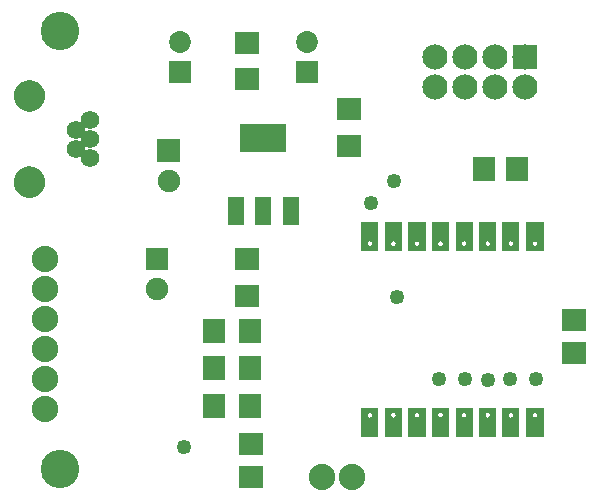
<source format=gts>
G04 MADE WITH FRITZING*
G04 WWW.FRITZING.ORG*
G04 DOUBLE SIDED*
G04 HOLES PLATED*
G04 CONTOUR ON CENTER OF CONTOUR VECTOR*
%ASAXBY*%
%FSLAX23Y23*%
%MOIN*%
%OFA0B0*%
%SFA1.0B1.0*%
%ADD10C,0.084000*%
%ADD11C,0.049370*%
%ADD12C,0.072992*%
%ADD13C,0.128110*%
%ADD14C,0.061496*%
%ADD15C,0.074803*%
%ADD16C,0.088000*%
%ADD17C,0.075000*%
%ADD18R,0.084000X0.084000*%
%ADD19R,0.072992X0.072992*%
%ADD20R,0.072992X0.080866*%
%ADD21R,0.080866X0.072992*%
%ADD22R,0.072992X0.084803*%
%ADD23R,0.084803X0.072992*%
%ADD24R,0.058000X0.098000*%
%ADD25R,0.151732X0.096614*%
%ADD26R,0.001000X0.001000*%
%LNMASK1*%
G90*
G70*
G54D10*
X1701Y1415D03*
X1601Y1415D03*
X1501Y1415D03*
X1401Y1415D03*
X1701Y1515D03*
X1601Y1515D03*
X1501Y1515D03*
X1401Y1515D03*
G54D11*
X1739Y440D03*
X1501Y440D03*
X1651Y440D03*
X1577Y439D03*
G54D12*
X551Y1466D03*
X551Y1565D03*
X976Y1466D03*
X976Y1565D03*
G54D11*
X1264Y1102D03*
X1189Y1027D03*
G54D13*
X151Y140D03*
X151Y1602D03*
G54D14*
X251Y1303D03*
X251Y1240D03*
X251Y1177D03*
X204Y1271D03*
X204Y1208D03*
G54D15*
X51Y1096D03*
X51Y1384D03*
G54D14*
X251Y1303D03*
X251Y1240D03*
X251Y1177D03*
X204Y1271D03*
X204Y1208D03*
G54D15*
X51Y1096D03*
X51Y1384D03*
G54D11*
X1276Y715D03*
X564Y215D03*
G54D16*
X1126Y115D03*
X1026Y115D03*
X101Y840D03*
X101Y740D03*
X101Y640D03*
X101Y540D03*
X101Y440D03*
X101Y340D03*
G54D11*
X1414Y440D03*
G54D17*
X514Y1102D03*
X514Y1202D03*
X514Y1102D03*
X514Y1202D03*
X476Y740D03*
X476Y840D03*
X476Y740D03*
X476Y840D03*
G54D18*
X1701Y1515D03*
G54D19*
X551Y1466D03*
X976Y1466D03*
G54D20*
X1564Y1140D03*
X1674Y1140D03*
G54D21*
X1864Y527D03*
X1864Y638D03*
X789Y115D03*
X789Y225D03*
G54D22*
X664Y352D03*
X786Y352D03*
G54D23*
X776Y1440D03*
X776Y1562D03*
X1114Y1340D03*
X1114Y1218D03*
X776Y840D03*
X776Y718D03*
G54D22*
X664Y602D03*
X786Y602D03*
X664Y478D03*
X786Y478D03*
G54D24*
X739Y1002D03*
X830Y1002D03*
X921Y1002D03*
G54D25*
X830Y1246D03*
G54D26*
X43Y1436D02*
X58Y1436D01*
X38Y1435D02*
X62Y1435D01*
X34Y1434D02*
X66Y1434D01*
X32Y1433D02*
X68Y1433D01*
X29Y1432D02*
X71Y1432D01*
X27Y1431D02*
X73Y1431D01*
X25Y1430D02*
X75Y1430D01*
X24Y1429D02*
X77Y1429D01*
X22Y1428D02*
X78Y1428D01*
X20Y1427D02*
X80Y1427D01*
X19Y1426D02*
X81Y1426D01*
X18Y1425D02*
X83Y1425D01*
X16Y1424D02*
X84Y1424D01*
X15Y1423D02*
X85Y1423D01*
X14Y1422D02*
X86Y1422D01*
X13Y1421D02*
X87Y1421D01*
X12Y1420D02*
X88Y1420D01*
X11Y1419D02*
X89Y1419D01*
X10Y1418D02*
X90Y1418D01*
X10Y1417D02*
X90Y1417D01*
X9Y1416D02*
X91Y1416D01*
X8Y1415D02*
X92Y1415D01*
X8Y1414D02*
X93Y1414D01*
X7Y1413D02*
X93Y1413D01*
X6Y1412D02*
X94Y1412D01*
X6Y1411D02*
X94Y1411D01*
X5Y1410D02*
X95Y1410D01*
X5Y1409D02*
X96Y1409D01*
X4Y1408D02*
X96Y1408D01*
X4Y1407D02*
X97Y1407D01*
X3Y1406D02*
X97Y1406D01*
X3Y1405D02*
X98Y1405D01*
X2Y1404D02*
X98Y1404D01*
X2Y1403D02*
X98Y1403D01*
X1Y1402D02*
X99Y1402D01*
X1Y1401D02*
X99Y1401D01*
X1Y1400D02*
X99Y1400D01*
X0Y1399D02*
X100Y1399D01*
X0Y1398D02*
X100Y1398D01*
X0Y1397D02*
X100Y1397D01*
X0Y1396D02*
X101Y1396D01*
X0Y1395D02*
X101Y1395D01*
X0Y1394D02*
X101Y1394D01*
X0Y1393D02*
X101Y1393D01*
X0Y1392D02*
X101Y1392D01*
X0Y1391D02*
X101Y1391D01*
X0Y1390D02*
X102Y1390D01*
X0Y1389D02*
X102Y1389D01*
X0Y1388D02*
X102Y1388D01*
X0Y1387D02*
X102Y1387D01*
X0Y1386D02*
X102Y1386D01*
X0Y1385D02*
X102Y1385D01*
X0Y1384D02*
X102Y1384D01*
X0Y1383D02*
X102Y1383D01*
X0Y1382D02*
X102Y1382D01*
X0Y1381D02*
X102Y1381D01*
X0Y1380D02*
X102Y1380D01*
X0Y1379D02*
X102Y1379D01*
X0Y1378D02*
X101Y1378D01*
X0Y1377D02*
X101Y1377D01*
X0Y1376D02*
X101Y1376D01*
X0Y1375D02*
X101Y1375D01*
X0Y1374D02*
X101Y1374D01*
X0Y1373D02*
X101Y1373D01*
X0Y1372D02*
X100Y1372D01*
X0Y1371D02*
X100Y1371D01*
X0Y1370D02*
X100Y1370D01*
X1Y1369D02*
X99Y1369D01*
X1Y1368D02*
X99Y1368D01*
X1Y1367D02*
X99Y1367D01*
X2Y1366D02*
X98Y1366D01*
X2Y1365D02*
X98Y1365D01*
X3Y1364D02*
X98Y1364D01*
X3Y1363D02*
X97Y1363D01*
X3Y1362D02*
X97Y1362D01*
X4Y1361D02*
X96Y1361D01*
X4Y1360D02*
X96Y1360D01*
X5Y1359D02*
X95Y1359D01*
X6Y1358D02*
X95Y1358D01*
X6Y1357D02*
X94Y1357D01*
X7Y1356D02*
X93Y1356D01*
X7Y1355D02*
X93Y1355D01*
X8Y1354D02*
X92Y1354D01*
X9Y1353D02*
X91Y1353D01*
X10Y1352D02*
X91Y1352D01*
X10Y1351D02*
X90Y1351D01*
X11Y1350D02*
X89Y1350D01*
X12Y1349D02*
X88Y1349D01*
X13Y1348D02*
X87Y1348D01*
X14Y1347D02*
X86Y1347D01*
X15Y1346D02*
X85Y1346D01*
X16Y1345D02*
X84Y1345D01*
X17Y1344D02*
X83Y1344D01*
X19Y1343D02*
X82Y1343D01*
X20Y1342D02*
X80Y1342D01*
X21Y1341D02*
X79Y1341D01*
X23Y1340D02*
X77Y1340D01*
X25Y1339D02*
X75Y1339D01*
X27Y1338D02*
X73Y1338D01*
X29Y1337D02*
X71Y1337D01*
X31Y1336D02*
X69Y1336D01*
X34Y1335D02*
X66Y1335D01*
X37Y1334D02*
X63Y1334D01*
X41Y1333D02*
X59Y1333D01*
X476Y1240D02*
X550Y1240D01*
X476Y1239D02*
X550Y1239D01*
X476Y1238D02*
X550Y1238D01*
X476Y1237D02*
X550Y1237D01*
X476Y1236D02*
X550Y1236D01*
X476Y1235D02*
X550Y1235D01*
X476Y1234D02*
X550Y1234D01*
X476Y1233D02*
X550Y1233D01*
X476Y1232D02*
X550Y1232D01*
X476Y1231D02*
X550Y1231D01*
X476Y1230D02*
X550Y1230D01*
X476Y1229D02*
X550Y1229D01*
X476Y1228D02*
X550Y1228D01*
X476Y1227D02*
X550Y1227D01*
X476Y1226D02*
X550Y1226D01*
X476Y1225D02*
X550Y1225D01*
X476Y1224D02*
X550Y1224D01*
X476Y1223D02*
X550Y1223D01*
X476Y1222D02*
X550Y1222D01*
X476Y1221D02*
X550Y1221D01*
X476Y1220D02*
X550Y1220D01*
X476Y1219D02*
X550Y1219D01*
X476Y1218D02*
X550Y1218D01*
X476Y1217D02*
X550Y1217D01*
X476Y1216D02*
X550Y1216D01*
X476Y1215D02*
X550Y1215D01*
X476Y1214D02*
X550Y1214D01*
X476Y1213D02*
X550Y1213D01*
X476Y1212D02*
X550Y1212D01*
X476Y1211D02*
X508Y1211D01*
X518Y1211D02*
X550Y1211D01*
X476Y1210D02*
X507Y1210D01*
X520Y1210D02*
X550Y1210D01*
X476Y1209D02*
X506Y1209D01*
X520Y1209D02*
X550Y1209D01*
X476Y1208D02*
X505Y1208D01*
X521Y1208D02*
X550Y1208D01*
X476Y1207D02*
X505Y1207D01*
X522Y1207D02*
X550Y1207D01*
X476Y1206D02*
X504Y1206D01*
X522Y1206D02*
X550Y1206D01*
X476Y1205D02*
X504Y1205D01*
X522Y1205D02*
X550Y1205D01*
X476Y1204D02*
X504Y1204D01*
X523Y1204D02*
X550Y1204D01*
X476Y1203D02*
X504Y1203D01*
X523Y1203D02*
X550Y1203D01*
X476Y1202D02*
X504Y1202D01*
X523Y1202D02*
X550Y1202D01*
X476Y1201D02*
X504Y1201D01*
X522Y1201D02*
X550Y1201D01*
X476Y1200D02*
X505Y1200D01*
X522Y1200D02*
X550Y1200D01*
X476Y1199D02*
X505Y1199D01*
X521Y1199D02*
X550Y1199D01*
X476Y1198D02*
X506Y1198D01*
X521Y1198D02*
X550Y1198D01*
X476Y1197D02*
X506Y1197D01*
X520Y1197D02*
X550Y1197D01*
X476Y1196D02*
X508Y1196D01*
X519Y1196D02*
X550Y1196D01*
X476Y1195D02*
X510Y1195D01*
X517Y1195D02*
X550Y1195D01*
X476Y1194D02*
X550Y1194D01*
X476Y1193D02*
X550Y1193D01*
X476Y1192D02*
X550Y1192D01*
X476Y1191D02*
X550Y1191D01*
X476Y1190D02*
X550Y1190D01*
X476Y1189D02*
X550Y1189D01*
X476Y1188D02*
X550Y1188D01*
X476Y1187D02*
X550Y1187D01*
X476Y1186D02*
X550Y1186D01*
X476Y1185D02*
X550Y1185D01*
X476Y1184D02*
X550Y1184D01*
X476Y1183D02*
X550Y1183D01*
X476Y1182D02*
X550Y1182D01*
X476Y1181D02*
X550Y1181D01*
X476Y1180D02*
X550Y1180D01*
X476Y1179D02*
X550Y1179D01*
X476Y1178D02*
X550Y1178D01*
X476Y1177D02*
X550Y1177D01*
X476Y1176D02*
X550Y1176D01*
X476Y1175D02*
X550Y1175D01*
X476Y1174D02*
X550Y1174D01*
X476Y1173D02*
X550Y1173D01*
X476Y1172D02*
X550Y1172D01*
X476Y1171D02*
X550Y1171D01*
X476Y1170D02*
X550Y1170D01*
X476Y1169D02*
X550Y1169D01*
X476Y1168D02*
X550Y1168D01*
X476Y1167D02*
X550Y1167D01*
X476Y1166D02*
X550Y1166D01*
X44Y1149D02*
X56Y1149D01*
X39Y1148D02*
X61Y1148D01*
X35Y1147D02*
X65Y1147D01*
X32Y1146D02*
X68Y1146D01*
X30Y1145D02*
X70Y1145D01*
X28Y1144D02*
X72Y1144D01*
X26Y1143D02*
X74Y1143D01*
X24Y1142D02*
X76Y1142D01*
X22Y1141D02*
X78Y1141D01*
X21Y1140D02*
X79Y1140D01*
X19Y1139D02*
X81Y1139D01*
X18Y1138D02*
X82Y1138D01*
X17Y1137D02*
X83Y1137D01*
X16Y1136D02*
X85Y1136D01*
X14Y1135D02*
X86Y1135D01*
X13Y1134D02*
X87Y1134D01*
X13Y1133D02*
X88Y1133D01*
X12Y1132D02*
X89Y1132D01*
X11Y1131D02*
X89Y1131D01*
X10Y1130D02*
X90Y1130D01*
X9Y1129D02*
X91Y1129D01*
X8Y1128D02*
X92Y1128D01*
X8Y1127D02*
X92Y1127D01*
X7Y1126D02*
X93Y1126D01*
X6Y1125D02*
X94Y1125D01*
X6Y1124D02*
X94Y1124D01*
X5Y1123D02*
X95Y1123D01*
X5Y1122D02*
X95Y1122D01*
X4Y1121D02*
X96Y1121D01*
X4Y1120D02*
X96Y1120D01*
X3Y1119D02*
X97Y1119D01*
X3Y1118D02*
X97Y1118D01*
X2Y1117D02*
X98Y1117D01*
X2Y1116D02*
X98Y1116D01*
X2Y1115D02*
X99Y1115D01*
X1Y1114D02*
X99Y1114D01*
X1Y1113D02*
X99Y1113D01*
X1Y1112D02*
X100Y1112D01*
X0Y1111D02*
X100Y1111D01*
X0Y1110D02*
X100Y1110D01*
X0Y1109D02*
X100Y1109D01*
X0Y1108D02*
X101Y1108D01*
X0Y1107D02*
X101Y1107D01*
X0Y1106D02*
X101Y1106D01*
X0Y1105D02*
X101Y1105D01*
X0Y1104D02*
X101Y1104D01*
X0Y1103D02*
X102Y1103D01*
X0Y1102D02*
X102Y1102D01*
X0Y1101D02*
X102Y1101D01*
X0Y1100D02*
X102Y1100D01*
X0Y1099D02*
X102Y1099D01*
X0Y1098D02*
X102Y1098D01*
X0Y1097D02*
X102Y1097D01*
X0Y1096D02*
X102Y1096D01*
X0Y1095D02*
X102Y1095D01*
X0Y1094D02*
X102Y1094D01*
X0Y1093D02*
X102Y1093D01*
X0Y1092D02*
X102Y1092D01*
X0Y1091D02*
X102Y1091D01*
X0Y1090D02*
X101Y1090D01*
X0Y1089D02*
X101Y1089D01*
X0Y1088D02*
X101Y1088D01*
X0Y1087D02*
X101Y1087D01*
X0Y1086D02*
X101Y1086D01*
X0Y1085D02*
X100Y1085D01*
X0Y1084D02*
X100Y1084D01*
X0Y1083D02*
X100Y1083D01*
X1Y1082D02*
X100Y1082D01*
X1Y1081D02*
X99Y1081D01*
X1Y1080D02*
X99Y1080D01*
X2Y1079D02*
X98Y1079D01*
X2Y1078D02*
X98Y1078D01*
X2Y1077D02*
X98Y1077D01*
X3Y1076D02*
X97Y1076D01*
X3Y1075D02*
X97Y1075D01*
X4Y1074D02*
X96Y1074D01*
X4Y1073D02*
X96Y1073D01*
X5Y1072D02*
X95Y1072D01*
X5Y1071D02*
X95Y1071D01*
X6Y1070D02*
X94Y1070D01*
X7Y1069D02*
X94Y1069D01*
X7Y1068D02*
X93Y1068D01*
X8Y1067D02*
X92Y1067D01*
X9Y1066D02*
X92Y1066D01*
X9Y1065D02*
X91Y1065D01*
X10Y1064D02*
X90Y1064D01*
X11Y1063D02*
X89Y1063D01*
X12Y1062D02*
X88Y1062D01*
X13Y1061D02*
X87Y1061D01*
X14Y1060D02*
X87Y1060D01*
X15Y1059D02*
X85Y1059D01*
X16Y1058D02*
X84Y1058D01*
X17Y1057D02*
X83Y1057D01*
X18Y1056D02*
X82Y1056D01*
X20Y1055D02*
X81Y1055D01*
X21Y1054D02*
X79Y1054D01*
X23Y1053D02*
X78Y1053D01*
X24Y1052D02*
X76Y1052D01*
X26Y1051D02*
X74Y1051D01*
X28Y1050D02*
X72Y1050D01*
X30Y1049D02*
X70Y1049D01*
X33Y1048D02*
X67Y1048D01*
X36Y1047D02*
X64Y1047D01*
X40Y1046D02*
X60Y1046D01*
X46Y1045D02*
X54Y1045D01*
X1156Y965D02*
X1212Y965D01*
X1235Y965D02*
X1291Y965D01*
X1314Y965D02*
X1370Y965D01*
X1393Y965D02*
X1448Y965D01*
X1471Y965D02*
X1527Y965D01*
X1550Y965D02*
X1606Y965D01*
X1627Y965D02*
X1682Y965D01*
X1708Y965D02*
X1763Y965D01*
X1156Y964D02*
X1212Y964D01*
X1235Y964D02*
X1291Y964D01*
X1314Y964D02*
X1370Y964D01*
X1392Y964D02*
X1449Y964D01*
X1471Y964D02*
X1527Y964D01*
X1550Y964D02*
X1606Y964D01*
X1626Y964D02*
X1683Y964D01*
X1707Y964D02*
X1764Y964D01*
X1156Y963D02*
X1212Y963D01*
X1235Y963D02*
X1291Y963D01*
X1314Y963D02*
X1370Y963D01*
X1392Y963D02*
X1449Y963D01*
X1471Y963D02*
X1527Y963D01*
X1550Y963D02*
X1606Y963D01*
X1626Y963D02*
X1683Y963D01*
X1707Y963D02*
X1764Y963D01*
X1156Y962D02*
X1212Y962D01*
X1235Y962D02*
X1291Y962D01*
X1314Y962D02*
X1370Y962D01*
X1392Y962D02*
X1449Y962D01*
X1471Y962D02*
X1527Y962D01*
X1550Y962D02*
X1606Y962D01*
X1626Y962D02*
X1683Y962D01*
X1707Y962D02*
X1764Y962D01*
X1156Y961D02*
X1212Y961D01*
X1235Y961D02*
X1291Y961D01*
X1314Y961D02*
X1370Y961D01*
X1392Y961D02*
X1449Y961D01*
X1471Y961D02*
X1527Y961D01*
X1550Y961D02*
X1606Y961D01*
X1626Y961D02*
X1683Y961D01*
X1707Y961D02*
X1764Y961D01*
X1156Y960D02*
X1212Y960D01*
X1235Y960D02*
X1291Y960D01*
X1314Y960D02*
X1370Y960D01*
X1392Y960D02*
X1449Y960D01*
X1471Y960D02*
X1527Y960D01*
X1550Y960D02*
X1606Y960D01*
X1626Y960D02*
X1683Y960D01*
X1707Y960D02*
X1764Y960D01*
X1156Y959D02*
X1212Y959D01*
X1235Y959D02*
X1291Y959D01*
X1314Y959D02*
X1370Y959D01*
X1392Y959D02*
X1449Y959D01*
X1471Y959D02*
X1527Y959D01*
X1550Y959D02*
X1606Y959D01*
X1626Y959D02*
X1683Y959D01*
X1707Y959D02*
X1764Y959D01*
X1156Y958D02*
X1212Y958D01*
X1235Y958D02*
X1291Y958D01*
X1314Y958D02*
X1370Y958D01*
X1392Y958D02*
X1449Y958D01*
X1471Y958D02*
X1527Y958D01*
X1550Y958D02*
X1606Y958D01*
X1626Y958D02*
X1683Y958D01*
X1707Y958D02*
X1764Y958D01*
X1156Y957D02*
X1212Y957D01*
X1235Y957D02*
X1291Y957D01*
X1314Y957D02*
X1370Y957D01*
X1392Y957D02*
X1449Y957D01*
X1471Y957D02*
X1527Y957D01*
X1550Y957D02*
X1606Y957D01*
X1626Y957D02*
X1683Y957D01*
X1707Y957D02*
X1764Y957D01*
X1156Y956D02*
X1212Y956D01*
X1235Y956D02*
X1291Y956D01*
X1314Y956D02*
X1370Y956D01*
X1392Y956D02*
X1449Y956D01*
X1471Y956D02*
X1527Y956D01*
X1550Y956D02*
X1606Y956D01*
X1626Y956D02*
X1683Y956D01*
X1707Y956D02*
X1764Y956D01*
X1156Y955D02*
X1212Y955D01*
X1235Y955D02*
X1291Y955D01*
X1314Y955D02*
X1370Y955D01*
X1392Y955D02*
X1449Y955D01*
X1471Y955D02*
X1527Y955D01*
X1550Y955D02*
X1606Y955D01*
X1626Y955D02*
X1683Y955D01*
X1707Y955D02*
X1764Y955D01*
X1156Y954D02*
X1212Y954D01*
X1235Y954D02*
X1291Y954D01*
X1314Y954D02*
X1370Y954D01*
X1392Y954D02*
X1449Y954D01*
X1471Y954D02*
X1527Y954D01*
X1550Y954D02*
X1606Y954D01*
X1626Y954D02*
X1683Y954D01*
X1707Y954D02*
X1764Y954D01*
X1156Y953D02*
X1212Y953D01*
X1235Y953D02*
X1291Y953D01*
X1314Y953D02*
X1370Y953D01*
X1392Y953D02*
X1449Y953D01*
X1471Y953D02*
X1527Y953D01*
X1550Y953D02*
X1606Y953D01*
X1626Y953D02*
X1683Y953D01*
X1707Y953D02*
X1764Y953D01*
X1156Y952D02*
X1212Y952D01*
X1235Y952D02*
X1291Y952D01*
X1314Y952D02*
X1370Y952D01*
X1392Y952D02*
X1449Y952D01*
X1471Y952D02*
X1527Y952D01*
X1550Y952D02*
X1606Y952D01*
X1626Y952D02*
X1683Y952D01*
X1707Y952D02*
X1764Y952D01*
X1156Y951D02*
X1212Y951D01*
X1235Y951D02*
X1291Y951D01*
X1314Y951D02*
X1370Y951D01*
X1392Y951D02*
X1449Y951D01*
X1471Y951D02*
X1527Y951D01*
X1550Y951D02*
X1606Y951D01*
X1626Y951D02*
X1683Y951D01*
X1707Y951D02*
X1764Y951D01*
X1156Y950D02*
X1212Y950D01*
X1235Y950D02*
X1291Y950D01*
X1314Y950D02*
X1370Y950D01*
X1392Y950D02*
X1449Y950D01*
X1471Y950D02*
X1527Y950D01*
X1550Y950D02*
X1606Y950D01*
X1626Y950D02*
X1683Y950D01*
X1707Y950D02*
X1764Y950D01*
X1156Y949D02*
X1212Y949D01*
X1235Y949D02*
X1291Y949D01*
X1314Y949D02*
X1370Y949D01*
X1392Y949D02*
X1449Y949D01*
X1471Y949D02*
X1527Y949D01*
X1550Y949D02*
X1606Y949D01*
X1626Y949D02*
X1683Y949D01*
X1707Y949D02*
X1764Y949D01*
X1156Y948D02*
X1212Y948D01*
X1235Y948D02*
X1291Y948D01*
X1314Y948D02*
X1370Y948D01*
X1392Y948D02*
X1449Y948D01*
X1471Y948D02*
X1527Y948D01*
X1550Y948D02*
X1606Y948D01*
X1626Y948D02*
X1683Y948D01*
X1707Y948D02*
X1764Y948D01*
X1156Y947D02*
X1212Y947D01*
X1235Y947D02*
X1291Y947D01*
X1314Y947D02*
X1370Y947D01*
X1392Y947D02*
X1449Y947D01*
X1471Y947D02*
X1527Y947D01*
X1550Y947D02*
X1606Y947D01*
X1626Y947D02*
X1683Y947D01*
X1707Y947D02*
X1764Y947D01*
X1156Y946D02*
X1212Y946D01*
X1235Y946D02*
X1291Y946D01*
X1314Y946D02*
X1370Y946D01*
X1392Y946D02*
X1449Y946D01*
X1471Y946D02*
X1527Y946D01*
X1550Y946D02*
X1606Y946D01*
X1626Y946D02*
X1683Y946D01*
X1707Y946D02*
X1764Y946D01*
X1156Y945D02*
X1212Y945D01*
X1235Y945D02*
X1291Y945D01*
X1314Y945D02*
X1370Y945D01*
X1392Y945D02*
X1449Y945D01*
X1471Y945D02*
X1527Y945D01*
X1550Y945D02*
X1606Y945D01*
X1626Y945D02*
X1683Y945D01*
X1707Y945D02*
X1764Y945D01*
X1156Y944D02*
X1212Y944D01*
X1235Y944D02*
X1291Y944D01*
X1314Y944D02*
X1370Y944D01*
X1392Y944D02*
X1449Y944D01*
X1471Y944D02*
X1527Y944D01*
X1550Y944D02*
X1606Y944D01*
X1626Y944D02*
X1683Y944D01*
X1707Y944D02*
X1764Y944D01*
X1156Y943D02*
X1212Y943D01*
X1235Y943D02*
X1291Y943D01*
X1314Y943D02*
X1370Y943D01*
X1392Y943D02*
X1449Y943D01*
X1471Y943D02*
X1527Y943D01*
X1550Y943D02*
X1606Y943D01*
X1626Y943D02*
X1683Y943D01*
X1707Y943D02*
X1764Y943D01*
X1156Y942D02*
X1212Y942D01*
X1235Y942D02*
X1291Y942D01*
X1314Y942D02*
X1370Y942D01*
X1392Y942D02*
X1449Y942D01*
X1471Y942D02*
X1527Y942D01*
X1550Y942D02*
X1606Y942D01*
X1626Y942D02*
X1683Y942D01*
X1707Y942D02*
X1764Y942D01*
X1156Y941D02*
X1212Y941D01*
X1235Y941D02*
X1291Y941D01*
X1314Y941D02*
X1370Y941D01*
X1392Y941D02*
X1449Y941D01*
X1471Y941D02*
X1527Y941D01*
X1550Y941D02*
X1606Y941D01*
X1626Y941D02*
X1683Y941D01*
X1707Y941D02*
X1764Y941D01*
X1156Y940D02*
X1212Y940D01*
X1235Y940D02*
X1291Y940D01*
X1314Y940D02*
X1370Y940D01*
X1392Y940D02*
X1449Y940D01*
X1471Y940D02*
X1527Y940D01*
X1550Y940D02*
X1606Y940D01*
X1626Y940D02*
X1683Y940D01*
X1707Y940D02*
X1764Y940D01*
X1156Y939D02*
X1212Y939D01*
X1235Y939D02*
X1291Y939D01*
X1314Y939D02*
X1370Y939D01*
X1392Y939D02*
X1449Y939D01*
X1471Y939D02*
X1527Y939D01*
X1550Y939D02*
X1606Y939D01*
X1626Y939D02*
X1683Y939D01*
X1707Y939D02*
X1764Y939D01*
X1156Y938D02*
X1212Y938D01*
X1235Y938D02*
X1291Y938D01*
X1314Y938D02*
X1370Y938D01*
X1392Y938D02*
X1449Y938D01*
X1471Y938D02*
X1527Y938D01*
X1550Y938D02*
X1606Y938D01*
X1626Y938D02*
X1683Y938D01*
X1707Y938D02*
X1764Y938D01*
X1156Y937D02*
X1212Y937D01*
X1235Y937D02*
X1291Y937D01*
X1314Y937D02*
X1370Y937D01*
X1392Y937D02*
X1449Y937D01*
X1471Y937D02*
X1527Y937D01*
X1550Y937D02*
X1606Y937D01*
X1626Y937D02*
X1683Y937D01*
X1707Y937D02*
X1764Y937D01*
X1156Y936D02*
X1212Y936D01*
X1235Y936D02*
X1291Y936D01*
X1314Y936D02*
X1370Y936D01*
X1392Y936D02*
X1449Y936D01*
X1471Y936D02*
X1527Y936D01*
X1550Y936D02*
X1606Y936D01*
X1626Y936D02*
X1683Y936D01*
X1707Y936D02*
X1764Y936D01*
X1156Y935D02*
X1212Y935D01*
X1235Y935D02*
X1291Y935D01*
X1314Y935D02*
X1370Y935D01*
X1392Y935D02*
X1449Y935D01*
X1471Y935D02*
X1527Y935D01*
X1550Y935D02*
X1606Y935D01*
X1626Y935D02*
X1683Y935D01*
X1707Y935D02*
X1764Y935D01*
X1156Y934D02*
X1212Y934D01*
X1235Y934D02*
X1291Y934D01*
X1314Y934D02*
X1370Y934D01*
X1392Y934D02*
X1449Y934D01*
X1471Y934D02*
X1527Y934D01*
X1550Y934D02*
X1606Y934D01*
X1626Y934D02*
X1683Y934D01*
X1707Y934D02*
X1764Y934D01*
X1156Y933D02*
X1212Y933D01*
X1235Y933D02*
X1291Y933D01*
X1314Y933D02*
X1370Y933D01*
X1392Y933D02*
X1449Y933D01*
X1471Y933D02*
X1527Y933D01*
X1550Y933D02*
X1606Y933D01*
X1626Y933D02*
X1683Y933D01*
X1707Y933D02*
X1764Y933D01*
X1156Y932D02*
X1212Y932D01*
X1235Y932D02*
X1291Y932D01*
X1314Y932D02*
X1370Y932D01*
X1392Y932D02*
X1449Y932D01*
X1471Y932D02*
X1527Y932D01*
X1550Y932D02*
X1606Y932D01*
X1626Y932D02*
X1683Y932D01*
X1707Y932D02*
X1764Y932D01*
X1156Y931D02*
X1212Y931D01*
X1235Y931D02*
X1291Y931D01*
X1314Y931D02*
X1370Y931D01*
X1392Y931D02*
X1449Y931D01*
X1471Y931D02*
X1527Y931D01*
X1550Y931D02*
X1606Y931D01*
X1626Y931D02*
X1683Y931D01*
X1707Y931D02*
X1764Y931D01*
X1156Y930D02*
X1212Y930D01*
X1235Y930D02*
X1291Y930D01*
X1314Y930D02*
X1370Y930D01*
X1392Y930D02*
X1449Y930D01*
X1471Y930D02*
X1527Y930D01*
X1550Y930D02*
X1606Y930D01*
X1626Y930D02*
X1683Y930D01*
X1707Y930D02*
X1764Y930D01*
X1156Y929D02*
X1212Y929D01*
X1235Y929D02*
X1291Y929D01*
X1314Y929D02*
X1370Y929D01*
X1392Y929D02*
X1449Y929D01*
X1471Y929D02*
X1527Y929D01*
X1550Y929D02*
X1606Y929D01*
X1626Y929D02*
X1683Y929D01*
X1707Y929D02*
X1764Y929D01*
X1156Y928D02*
X1212Y928D01*
X1235Y928D02*
X1291Y928D01*
X1314Y928D02*
X1370Y928D01*
X1392Y928D02*
X1449Y928D01*
X1471Y928D02*
X1527Y928D01*
X1550Y928D02*
X1606Y928D01*
X1626Y928D02*
X1683Y928D01*
X1707Y928D02*
X1764Y928D01*
X1156Y927D02*
X1212Y927D01*
X1235Y927D02*
X1291Y927D01*
X1314Y927D02*
X1370Y927D01*
X1392Y927D02*
X1449Y927D01*
X1471Y927D02*
X1527Y927D01*
X1550Y927D02*
X1606Y927D01*
X1626Y927D02*
X1683Y927D01*
X1707Y927D02*
X1764Y927D01*
X1156Y926D02*
X1212Y926D01*
X1235Y926D02*
X1291Y926D01*
X1314Y926D02*
X1370Y926D01*
X1392Y926D02*
X1449Y926D01*
X1471Y926D02*
X1527Y926D01*
X1550Y926D02*
X1606Y926D01*
X1626Y926D02*
X1683Y926D01*
X1707Y926D02*
X1764Y926D01*
X1156Y925D02*
X1212Y925D01*
X1235Y925D02*
X1291Y925D01*
X1314Y925D02*
X1370Y925D01*
X1392Y925D02*
X1449Y925D01*
X1471Y925D02*
X1527Y925D01*
X1550Y925D02*
X1606Y925D01*
X1626Y925D02*
X1683Y925D01*
X1707Y925D02*
X1764Y925D01*
X1156Y924D02*
X1212Y924D01*
X1235Y924D02*
X1291Y924D01*
X1314Y924D02*
X1370Y924D01*
X1392Y924D02*
X1449Y924D01*
X1471Y924D02*
X1527Y924D01*
X1550Y924D02*
X1606Y924D01*
X1626Y924D02*
X1683Y924D01*
X1707Y924D02*
X1764Y924D01*
X1156Y923D02*
X1212Y923D01*
X1235Y923D02*
X1291Y923D01*
X1314Y923D02*
X1370Y923D01*
X1392Y923D02*
X1449Y923D01*
X1471Y923D02*
X1527Y923D01*
X1550Y923D02*
X1606Y923D01*
X1626Y923D02*
X1683Y923D01*
X1707Y923D02*
X1764Y923D01*
X1156Y922D02*
X1212Y922D01*
X1235Y922D02*
X1291Y922D01*
X1314Y922D02*
X1370Y922D01*
X1392Y922D02*
X1449Y922D01*
X1471Y922D02*
X1527Y922D01*
X1550Y922D02*
X1606Y922D01*
X1626Y922D02*
X1683Y922D01*
X1707Y922D02*
X1764Y922D01*
X1156Y921D02*
X1212Y921D01*
X1235Y921D02*
X1291Y921D01*
X1314Y921D02*
X1370Y921D01*
X1392Y921D02*
X1449Y921D01*
X1471Y921D02*
X1527Y921D01*
X1550Y921D02*
X1606Y921D01*
X1626Y921D02*
X1683Y921D01*
X1707Y921D02*
X1764Y921D01*
X1156Y920D02*
X1212Y920D01*
X1235Y920D02*
X1291Y920D01*
X1314Y920D02*
X1370Y920D01*
X1392Y920D02*
X1449Y920D01*
X1471Y920D02*
X1527Y920D01*
X1550Y920D02*
X1606Y920D01*
X1626Y920D02*
X1683Y920D01*
X1707Y920D02*
X1764Y920D01*
X1156Y919D02*
X1212Y919D01*
X1235Y919D02*
X1291Y919D01*
X1314Y919D02*
X1370Y919D01*
X1392Y919D02*
X1449Y919D01*
X1471Y919D02*
X1527Y919D01*
X1550Y919D02*
X1606Y919D01*
X1626Y919D02*
X1683Y919D01*
X1707Y919D02*
X1764Y919D01*
X1156Y918D02*
X1212Y918D01*
X1235Y918D02*
X1291Y918D01*
X1314Y918D02*
X1370Y918D01*
X1392Y918D02*
X1449Y918D01*
X1471Y918D02*
X1527Y918D01*
X1550Y918D02*
X1606Y918D01*
X1626Y918D02*
X1683Y918D01*
X1707Y918D02*
X1764Y918D01*
X1156Y917D02*
X1212Y917D01*
X1235Y917D02*
X1291Y917D01*
X1314Y917D02*
X1370Y917D01*
X1392Y917D02*
X1449Y917D01*
X1471Y917D02*
X1527Y917D01*
X1550Y917D02*
X1606Y917D01*
X1626Y917D02*
X1683Y917D01*
X1707Y917D02*
X1764Y917D01*
X1156Y916D02*
X1212Y916D01*
X1235Y916D02*
X1291Y916D01*
X1314Y916D02*
X1370Y916D01*
X1392Y916D02*
X1449Y916D01*
X1471Y916D02*
X1527Y916D01*
X1550Y916D02*
X1606Y916D01*
X1626Y916D02*
X1683Y916D01*
X1707Y916D02*
X1764Y916D01*
X1156Y915D02*
X1212Y915D01*
X1235Y915D02*
X1291Y915D01*
X1314Y915D02*
X1370Y915D01*
X1392Y915D02*
X1449Y915D01*
X1471Y915D02*
X1527Y915D01*
X1550Y915D02*
X1606Y915D01*
X1626Y915D02*
X1683Y915D01*
X1707Y915D02*
X1764Y915D01*
X1156Y914D02*
X1212Y914D01*
X1235Y914D02*
X1291Y914D01*
X1314Y914D02*
X1370Y914D01*
X1392Y914D02*
X1449Y914D01*
X1471Y914D02*
X1527Y914D01*
X1550Y914D02*
X1606Y914D01*
X1626Y914D02*
X1683Y914D01*
X1707Y914D02*
X1764Y914D01*
X1156Y913D02*
X1212Y913D01*
X1235Y913D02*
X1291Y913D01*
X1314Y913D02*
X1370Y913D01*
X1392Y913D02*
X1449Y913D01*
X1471Y913D02*
X1527Y913D01*
X1550Y913D02*
X1606Y913D01*
X1626Y913D02*
X1683Y913D01*
X1707Y913D02*
X1764Y913D01*
X1156Y912D02*
X1212Y912D01*
X1235Y912D02*
X1291Y912D01*
X1314Y912D02*
X1370Y912D01*
X1392Y912D02*
X1449Y912D01*
X1471Y912D02*
X1527Y912D01*
X1550Y912D02*
X1606Y912D01*
X1626Y912D02*
X1683Y912D01*
X1707Y912D02*
X1764Y912D01*
X1156Y911D02*
X1212Y911D01*
X1235Y911D02*
X1291Y911D01*
X1314Y911D02*
X1370Y911D01*
X1392Y911D02*
X1449Y911D01*
X1471Y911D02*
X1527Y911D01*
X1550Y911D02*
X1606Y911D01*
X1626Y911D02*
X1683Y911D01*
X1707Y911D02*
X1764Y911D01*
X1156Y910D02*
X1212Y910D01*
X1235Y910D02*
X1291Y910D01*
X1314Y910D02*
X1370Y910D01*
X1392Y910D02*
X1449Y910D01*
X1471Y910D02*
X1527Y910D01*
X1550Y910D02*
X1606Y910D01*
X1626Y910D02*
X1683Y910D01*
X1707Y910D02*
X1764Y910D01*
X1156Y909D02*
X1212Y909D01*
X1235Y909D02*
X1291Y909D01*
X1314Y909D02*
X1370Y909D01*
X1392Y909D02*
X1449Y909D01*
X1471Y909D02*
X1527Y909D01*
X1550Y909D02*
X1606Y909D01*
X1626Y909D02*
X1683Y909D01*
X1707Y909D02*
X1764Y909D01*
X1156Y908D02*
X1212Y908D01*
X1235Y908D02*
X1291Y908D01*
X1314Y908D02*
X1370Y908D01*
X1392Y908D02*
X1449Y908D01*
X1471Y908D02*
X1527Y908D01*
X1550Y908D02*
X1606Y908D01*
X1626Y908D02*
X1683Y908D01*
X1707Y908D02*
X1764Y908D01*
X1156Y907D02*
X1212Y907D01*
X1235Y907D02*
X1291Y907D01*
X1314Y907D02*
X1370Y907D01*
X1392Y907D02*
X1449Y907D01*
X1471Y907D02*
X1527Y907D01*
X1550Y907D02*
X1606Y907D01*
X1626Y907D02*
X1683Y907D01*
X1707Y907D02*
X1764Y907D01*
X1156Y906D02*
X1212Y906D01*
X1235Y906D02*
X1291Y906D01*
X1314Y906D02*
X1370Y906D01*
X1392Y906D02*
X1449Y906D01*
X1471Y906D02*
X1527Y906D01*
X1550Y906D02*
X1606Y906D01*
X1626Y906D02*
X1683Y906D01*
X1707Y906D02*
X1764Y906D01*
X1156Y905D02*
X1212Y905D01*
X1235Y905D02*
X1291Y905D01*
X1314Y905D02*
X1370Y905D01*
X1392Y905D02*
X1449Y905D01*
X1471Y905D02*
X1527Y905D01*
X1550Y905D02*
X1606Y905D01*
X1626Y905D02*
X1683Y905D01*
X1707Y905D02*
X1764Y905D01*
X1156Y904D02*
X1212Y904D01*
X1235Y904D02*
X1291Y904D01*
X1314Y904D02*
X1370Y904D01*
X1392Y904D02*
X1449Y904D01*
X1471Y904D02*
X1527Y904D01*
X1550Y904D02*
X1606Y904D01*
X1626Y904D02*
X1683Y904D01*
X1707Y904D02*
X1764Y904D01*
X1156Y903D02*
X1212Y903D01*
X1235Y903D02*
X1291Y903D01*
X1314Y903D02*
X1370Y903D01*
X1392Y903D02*
X1449Y903D01*
X1471Y903D02*
X1527Y903D01*
X1550Y903D02*
X1606Y903D01*
X1626Y903D02*
X1683Y903D01*
X1707Y903D02*
X1764Y903D01*
X1156Y902D02*
X1212Y902D01*
X1235Y902D02*
X1291Y902D01*
X1314Y902D02*
X1370Y902D01*
X1392Y902D02*
X1449Y902D01*
X1471Y902D02*
X1527Y902D01*
X1550Y902D02*
X1606Y902D01*
X1626Y902D02*
X1683Y902D01*
X1707Y902D02*
X1764Y902D01*
X1156Y901D02*
X1212Y901D01*
X1235Y901D02*
X1291Y901D01*
X1314Y901D02*
X1370Y901D01*
X1392Y901D02*
X1449Y901D01*
X1471Y901D02*
X1527Y901D01*
X1550Y901D02*
X1606Y901D01*
X1626Y901D02*
X1683Y901D01*
X1707Y901D02*
X1764Y901D01*
X1156Y900D02*
X1212Y900D01*
X1235Y900D02*
X1291Y900D01*
X1314Y900D02*
X1370Y900D01*
X1392Y900D02*
X1449Y900D01*
X1471Y900D02*
X1527Y900D01*
X1550Y900D02*
X1606Y900D01*
X1626Y900D02*
X1683Y900D01*
X1707Y900D02*
X1764Y900D01*
X1156Y899D02*
X1183Y899D01*
X1186Y899D02*
X1212Y899D01*
X1235Y899D02*
X1261Y899D01*
X1265Y899D02*
X1291Y899D01*
X1314Y899D02*
X1340Y899D01*
X1344Y899D02*
X1370Y899D01*
X1392Y899D02*
X1419Y899D01*
X1422Y899D02*
X1449Y899D01*
X1471Y899D02*
X1498Y899D01*
X1501Y899D02*
X1527Y899D01*
X1550Y899D02*
X1576Y899D01*
X1580Y899D02*
X1606Y899D01*
X1626Y899D02*
X1653Y899D01*
X1656Y899D02*
X1683Y899D01*
X1707Y899D02*
X1734Y899D01*
X1737Y899D02*
X1764Y899D01*
X1156Y898D02*
X1180Y898D01*
X1189Y898D02*
X1212Y898D01*
X1235Y898D02*
X1259Y898D01*
X1267Y898D02*
X1291Y898D01*
X1314Y898D02*
X1337Y898D01*
X1346Y898D02*
X1370Y898D01*
X1392Y898D02*
X1416Y898D01*
X1425Y898D02*
X1449Y898D01*
X1471Y898D02*
X1495Y898D01*
X1504Y898D02*
X1527Y898D01*
X1550Y898D02*
X1574Y898D01*
X1582Y898D02*
X1606Y898D01*
X1626Y898D02*
X1650Y898D01*
X1659Y898D02*
X1683Y898D01*
X1707Y898D02*
X1731Y898D01*
X1740Y898D02*
X1764Y898D01*
X1156Y897D02*
X1179Y897D01*
X1190Y897D02*
X1212Y897D01*
X1235Y897D02*
X1258Y897D01*
X1269Y897D02*
X1291Y897D01*
X1314Y897D02*
X1336Y897D01*
X1347Y897D02*
X1370Y897D01*
X1392Y897D02*
X1415Y897D01*
X1426Y897D02*
X1449Y897D01*
X1471Y897D02*
X1494Y897D01*
X1505Y897D02*
X1527Y897D01*
X1550Y897D02*
X1572Y897D01*
X1584Y897D02*
X1606Y897D01*
X1626Y897D02*
X1649Y897D01*
X1660Y897D02*
X1683Y897D01*
X1707Y897D02*
X1730Y897D01*
X1741Y897D02*
X1764Y897D01*
X1156Y896D02*
X1178Y896D01*
X1191Y896D02*
X1212Y896D01*
X1235Y896D02*
X1257Y896D01*
X1269Y896D02*
X1291Y896D01*
X1314Y896D02*
X1335Y896D01*
X1348Y896D02*
X1370Y896D01*
X1392Y896D02*
X1414Y896D01*
X1427Y896D02*
X1449Y896D01*
X1471Y896D02*
X1493Y896D01*
X1506Y896D02*
X1527Y896D01*
X1550Y896D02*
X1572Y896D01*
X1584Y896D02*
X1606Y896D01*
X1626Y896D02*
X1648Y896D01*
X1661Y896D02*
X1683Y896D01*
X1707Y896D02*
X1729Y896D01*
X1742Y896D02*
X1764Y896D01*
X1156Y895D02*
X1177Y895D01*
X1191Y895D02*
X1212Y895D01*
X1235Y895D02*
X1256Y895D01*
X1270Y895D02*
X1291Y895D01*
X1314Y895D02*
X1335Y895D01*
X1349Y895D02*
X1370Y895D01*
X1392Y895D02*
X1413Y895D01*
X1428Y895D02*
X1449Y895D01*
X1471Y895D02*
X1492Y895D01*
X1506Y895D02*
X1527Y895D01*
X1550Y895D02*
X1571Y895D01*
X1585Y895D02*
X1606Y895D01*
X1626Y895D02*
X1647Y895D01*
X1662Y895D02*
X1683Y895D01*
X1707Y895D02*
X1728Y895D01*
X1742Y895D02*
X1764Y895D01*
X1156Y894D02*
X1177Y894D01*
X1192Y894D02*
X1212Y894D01*
X1235Y894D02*
X1256Y894D01*
X1270Y894D02*
X1291Y894D01*
X1314Y894D02*
X1334Y894D01*
X1349Y894D02*
X1370Y894D01*
X1392Y894D02*
X1413Y894D01*
X1428Y894D02*
X1449Y894D01*
X1471Y894D02*
X1492Y894D01*
X1507Y894D02*
X1527Y894D01*
X1550Y894D02*
X1571Y894D01*
X1585Y894D02*
X1606Y894D01*
X1626Y894D02*
X1647Y894D01*
X1662Y894D02*
X1683Y894D01*
X1707Y894D02*
X1728Y894D01*
X1743Y894D02*
X1764Y894D01*
X1156Y893D02*
X1177Y893D01*
X1192Y893D02*
X1212Y893D01*
X1235Y893D02*
X1255Y893D01*
X1271Y893D02*
X1291Y893D01*
X1314Y893D02*
X1334Y893D01*
X1349Y893D02*
X1370Y893D01*
X1392Y893D02*
X1413Y893D01*
X1428Y893D02*
X1449Y893D01*
X1471Y893D02*
X1492Y893D01*
X1507Y893D02*
X1527Y893D01*
X1550Y893D02*
X1570Y893D01*
X1586Y893D02*
X1606Y893D01*
X1626Y893D02*
X1647Y893D01*
X1662Y893D02*
X1683Y893D01*
X1707Y893D02*
X1728Y893D01*
X1743Y893D02*
X1764Y893D01*
X1156Y892D02*
X1177Y892D01*
X1192Y892D02*
X1212Y892D01*
X1235Y892D02*
X1255Y892D01*
X1271Y892D02*
X1291Y892D01*
X1314Y892D02*
X1334Y892D01*
X1349Y892D02*
X1370Y892D01*
X1392Y892D02*
X1413Y892D01*
X1428Y892D02*
X1449Y892D01*
X1471Y892D02*
X1492Y892D01*
X1507Y892D02*
X1527Y892D01*
X1550Y892D02*
X1570Y892D01*
X1586Y892D02*
X1606Y892D01*
X1626Y892D02*
X1647Y892D01*
X1662Y892D02*
X1683Y892D01*
X1707Y892D02*
X1728Y892D01*
X1743Y892D02*
X1764Y892D01*
X1156Y891D02*
X1177Y891D01*
X1192Y891D02*
X1212Y891D01*
X1235Y891D02*
X1255Y891D01*
X1271Y891D02*
X1291Y891D01*
X1314Y891D02*
X1334Y891D01*
X1349Y891D02*
X1370Y891D01*
X1392Y891D02*
X1413Y891D01*
X1428Y891D02*
X1449Y891D01*
X1471Y891D02*
X1492Y891D01*
X1507Y891D02*
X1527Y891D01*
X1550Y891D02*
X1570Y891D01*
X1586Y891D02*
X1606Y891D01*
X1626Y891D02*
X1647Y891D01*
X1662Y891D02*
X1683Y891D01*
X1707Y891D02*
X1728Y891D01*
X1743Y891D02*
X1764Y891D01*
X1156Y890D02*
X1177Y890D01*
X1192Y890D02*
X1212Y890D01*
X1235Y890D02*
X1256Y890D01*
X1270Y890D02*
X1291Y890D01*
X1314Y890D02*
X1334Y890D01*
X1349Y890D02*
X1370Y890D01*
X1392Y890D02*
X1413Y890D01*
X1428Y890D02*
X1449Y890D01*
X1471Y890D02*
X1492Y890D01*
X1507Y890D02*
X1527Y890D01*
X1550Y890D02*
X1571Y890D01*
X1585Y890D02*
X1606Y890D01*
X1626Y890D02*
X1647Y890D01*
X1662Y890D02*
X1683Y890D01*
X1707Y890D02*
X1728Y890D01*
X1743Y890D02*
X1764Y890D01*
X1156Y889D02*
X1177Y889D01*
X1191Y889D02*
X1212Y889D01*
X1235Y889D02*
X1256Y889D01*
X1270Y889D02*
X1291Y889D01*
X1314Y889D02*
X1335Y889D01*
X1349Y889D02*
X1370Y889D01*
X1392Y889D02*
X1413Y889D01*
X1428Y889D02*
X1449Y889D01*
X1471Y889D02*
X1492Y889D01*
X1506Y889D02*
X1527Y889D01*
X1550Y889D02*
X1571Y889D01*
X1585Y889D02*
X1606Y889D01*
X1626Y889D02*
X1647Y889D01*
X1662Y889D02*
X1683Y889D01*
X1707Y889D02*
X1728Y889D01*
X1742Y889D02*
X1764Y889D01*
X1156Y888D02*
X1178Y888D01*
X1191Y888D02*
X1212Y888D01*
X1235Y888D02*
X1257Y888D01*
X1270Y888D02*
X1291Y888D01*
X1314Y888D02*
X1335Y888D01*
X1348Y888D02*
X1370Y888D01*
X1392Y888D02*
X1414Y888D01*
X1427Y888D02*
X1449Y888D01*
X1471Y888D02*
X1493Y888D01*
X1506Y888D02*
X1527Y888D01*
X1550Y888D02*
X1572Y888D01*
X1584Y888D02*
X1606Y888D01*
X1626Y888D02*
X1648Y888D01*
X1661Y888D02*
X1683Y888D01*
X1707Y888D02*
X1729Y888D01*
X1742Y888D02*
X1764Y888D01*
X1156Y887D02*
X1179Y887D01*
X1190Y887D02*
X1212Y887D01*
X1235Y887D02*
X1257Y887D01*
X1269Y887D02*
X1291Y887D01*
X1314Y887D02*
X1336Y887D01*
X1347Y887D02*
X1370Y887D01*
X1392Y887D02*
X1415Y887D01*
X1426Y887D02*
X1449Y887D01*
X1471Y887D02*
X1494Y887D01*
X1505Y887D02*
X1527Y887D01*
X1550Y887D02*
X1572Y887D01*
X1584Y887D02*
X1606Y887D01*
X1626Y887D02*
X1649Y887D01*
X1660Y887D02*
X1683Y887D01*
X1707Y887D02*
X1730Y887D01*
X1741Y887D02*
X1764Y887D01*
X1156Y886D02*
X1180Y886D01*
X1189Y886D02*
X1212Y886D01*
X1235Y886D02*
X1259Y886D01*
X1268Y886D02*
X1291Y886D01*
X1314Y886D02*
X1337Y886D01*
X1346Y886D02*
X1370Y886D01*
X1392Y886D02*
X1416Y886D01*
X1425Y886D02*
X1449Y886D01*
X1471Y886D02*
X1495Y886D01*
X1504Y886D02*
X1527Y886D01*
X1550Y886D02*
X1574Y886D01*
X1582Y886D02*
X1606Y886D01*
X1626Y886D02*
X1650Y886D01*
X1659Y886D02*
X1683Y886D01*
X1707Y886D02*
X1731Y886D01*
X1740Y886D02*
X1764Y886D01*
X1156Y885D02*
X1182Y885D01*
X1187Y885D02*
X1212Y885D01*
X1235Y885D02*
X1261Y885D01*
X1265Y885D02*
X1291Y885D01*
X1314Y885D02*
X1340Y885D01*
X1344Y885D02*
X1370Y885D01*
X1392Y885D02*
X1418Y885D01*
X1423Y885D02*
X1449Y885D01*
X1471Y885D02*
X1497Y885D01*
X1501Y885D02*
X1527Y885D01*
X1550Y885D02*
X1576Y885D01*
X1580Y885D02*
X1606Y885D01*
X1626Y885D02*
X1652Y885D01*
X1657Y885D02*
X1683Y885D01*
X1707Y885D02*
X1733Y885D01*
X1738Y885D02*
X1764Y885D01*
X1156Y884D02*
X1212Y884D01*
X1235Y884D02*
X1291Y884D01*
X1314Y884D02*
X1370Y884D01*
X1392Y884D02*
X1449Y884D01*
X1471Y884D02*
X1527Y884D01*
X1550Y884D02*
X1606Y884D01*
X1626Y884D02*
X1683Y884D01*
X1707Y884D02*
X1764Y884D01*
X1156Y883D02*
X1212Y883D01*
X1235Y883D02*
X1291Y883D01*
X1314Y883D02*
X1370Y883D01*
X1392Y883D02*
X1449Y883D01*
X1471Y883D02*
X1527Y883D01*
X1550Y883D02*
X1606Y883D01*
X1626Y883D02*
X1683Y883D01*
X1707Y883D02*
X1764Y883D01*
X1156Y882D02*
X1212Y882D01*
X1235Y882D02*
X1291Y882D01*
X1314Y882D02*
X1370Y882D01*
X1392Y882D02*
X1449Y882D01*
X1471Y882D02*
X1527Y882D01*
X1550Y882D02*
X1606Y882D01*
X1626Y882D02*
X1683Y882D01*
X1707Y882D02*
X1764Y882D01*
X1156Y881D02*
X1212Y881D01*
X1235Y881D02*
X1291Y881D01*
X1314Y881D02*
X1370Y881D01*
X1392Y881D02*
X1449Y881D01*
X1471Y881D02*
X1527Y881D01*
X1550Y881D02*
X1606Y881D01*
X1626Y881D02*
X1683Y881D01*
X1707Y881D02*
X1764Y881D01*
X1156Y880D02*
X1212Y880D01*
X1235Y880D02*
X1291Y880D01*
X1314Y880D02*
X1370Y880D01*
X1392Y880D02*
X1449Y880D01*
X1471Y880D02*
X1527Y880D01*
X1550Y880D02*
X1606Y880D01*
X1626Y880D02*
X1683Y880D01*
X1707Y880D02*
X1764Y880D01*
X1156Y879D02*
X1212Y879D01*
X1235Y879D02*
X1291Y879D01*
X1314Y879D02*
X1370Y879D01*
X1392Y879D02*
X1449Y879D01*
X1471Y879D02*
X1527Y879D01*
X1550Y879D02*
X1606Y879D01*
X1626Y879D02*
X1683Y879D01*
X1707Y879D02*
X1764Y879D01*
X439Y878D02*
X513Y878D01*
X1156Y878D02*
X1212Y878D01*
X1235Y878D02*
X1291Y878D01*
X1314Y878D02*
X1370Y878D01*
X1392Y878D02*
X1449Y878D01*
X1471Y878D02*
X1527Y878D01*
X1550Y878D02*
X1606Y878D01*
X1626Y878D02*
X1683Y878D01*
X1707Y878D02*
X1764Y878D01*
X439Y877D02*
X513Y877D01*
X1156Y877D02*
X1212Y877D01*
X1235Y877D02*
X1291Y877D01*
X1314Y877D02*
X1370Y877D01*
X1392Y877D02*
X1449Y877D01*
X1471Y877D02*
X1527Y877D01*
X1550Y877D02*
X1606Y877D01*
X1626Y877D02*
X1683Y877D01*
X1707Y877D02*
X1764Y877D01*
X439Y876D02*
X513Y876D01*
X1156Y876D02*
X1212Y876D01*
X1235Y876D02*
X1291Y876D01*
X1314Y876D02*
X1370Y876D01*
X1392Y876D02*
X1449Y876D01*
X1471Y876D02*
X1527Y876D01*
X1550Y876D02*
X1606Y876D01*
X1626Y876D02*
X1683Y876D01*
X1707Y876D02*
X1764Y876D01*
X439Y875D02*
X513Y875D01*
X1156Y875D02*
X1212Y875D01*
X1235Y875D02*
X1291Y875D01*
X1314Y875D02*
X1370Y875D01*
X1392Y875D02*
X1449Y875D01*
X1471Y875D02*
X1527Y875D01*
X1550Y875D02*
X1606Y875D01*
X1626Y875D02*
X1683Y875D01*
X1707Y875D02*
X1764Y875D01*
X439Y874D02*
X513Y874D01*
X1156Y874D02*
X1212Y874D01*
X1235Y874D02*
X1291Y874D01*
X1314Y874D02*
X1370Y874D01*
X1392Y874D02*
X1449Y874D01*
X1471Y874D02*
X1527Y874D01*
X1550Y874D02*
X1606Y874D01*
X1626Y874D02*
X1683Y874D01*
X1707Y874D02*
X1764Y874D01*
X439Y873D02*
X513Y873D01*
X1156Y873D02*
X1212Y873D01*
X1235Y873D02*
X1291Y873D01*
X1314Y873D02*
X1370Y873D01*
X1392Y873D02*
X1449Y873D01*
X1471Y873D02*
X1527Y873D01*
X1550Y873D02*
X1606Y873D01*
X1626Y873D02*
X1683Y873D01*
X1707Y873D02*
X1764Y873D01*
X439Y872D02*
X513Y872D01*
X1156Y872D02*
X1212Y872D01*
X1235Y872D02*
X1291Y872D01*
X1314Y872D02*
X1370Y872D01*
X1392Y872D02*
X1449Y872D01*
X1471Y872D02*
X1527Y872D01*
X1550Y872D02*
X1606Y872D01*
X1626Y872D02*
X1683Y872D01*
X1707Y872D02*
X1764Y872D01*
X439Y871D02*
X513Y871D01*
X1156Y871D02*
X1212Y871D01*
X1235Y871D02*
X1291Y871D01*
X1314Y871D02*
X1370Y871D01*
X1392Y871D02*
X1449Y871D01*
X1471Y871D02*
X1527Y871D01*
X1550Y871D02*
X1606Y871D01*
X1626Y871D02*
X1683Y871D01*
X1707Y871D02*
X1764Y871D01*
X439Y870D02*
X513Y870D01*
X1156Y870D02*
X1212Y870D01*
X1235Y870D02*
X1291Y870D01*
X1314Y870D02*
X1370Y870D01*
X1392Y870D02*
X1449Y870D01*
X1471Y870D02*
X1527Y870D01*
X1550Y870D02*
X1606Y870D01*
X1626Y870D02*
X1683Y870D01*
X1707Y870D02*
X1764Y870D01*
X439Y869D02*
X513Y869D01*
X1156Y869D02*
X1212Y869D01*
X1235Y869D02*
X1291Y869D01*
X1314Y869D02*
X1370Y869D01*
X1392Y869D02*
X1449Y869D01*
X1471Y869D02*
X1527Y869D01*
X1550Y869D02*
X1606Y869D01*
X1626Y869D02*
X1683Y869D01*
X1707Y869D02*
X1764Y869D01*
X439Y868D02*
X513Y868D01*
X1156Y868D02*
X1212Y868D01*
X1235Y868D02*
X1291Y868D01*
X1314Y868D02*
X1370Y868D01*
X1392Y868D02*
X1449Y868D01*
X1471Y868D02*
X1527Y868D01*
X1550Y868D02*
X1606Y868D01*
X1626Y868D02*
X1683Y868D01*
X1707Y868D02*
X1764Y868D01*
X439Y867D02*
X513Y867D01*
X1156Y867D02*
X1212Y867D01*
X1235Y867D02*
X1291Y867D01*
X1314Y867D02*
X1370Y867D01*
X1392Y867D02*
X1448Y867D01*
X1471Y867D02*
X1527Y867D01*
X1550Y867D02*
X1606Y867D01*
X1626Y867D02*
X1682Y867D01*
X1707Y867D02*
X1763Y867D01*
X439Y866D02*
X513Y866D01*
X439Y865D02*
X513Y865D01*
X439Y864D02*
X513Y864D01*
X439Y863D02*
X513Y863D01*
X439Y862D02*
X513Y862D01*
X439Y861D02*
X513Y861D01*
X439Y860D02*
X513Y860D01*
X439Y859D02*
X513Y859D01*
X439Y858D02*
X513Y858D01*
X439Y857D02*
X513Y857D01*
X439Y856D02*
X513Y856D01*
X439Y855D02*
X513Y855D01*
X439Y854D02*
X513Y854D01*
X439Y853D02*
X513Y853D01*
X439Y852D02*
X513Y852D01*
X439Y851D02*
X513Y851D01*
X439Y850D02*
X513Y850D01*
X439Y849D02*
X472Y849D01*
X480Y849D02*
X513Y849D01*
X439Y848D02*
X470Y848D01*
X482Y848D02*
X513Y848D01*
X439Y847D02*
X469Y847D01*
X483Y847D02*
X513Y847D01*
X439Y846D02*
X468Y846D01*
X483Y846D02*
X513Y846D01*
X439Y845D02*
X467Y845D01*
X484Y845D02*
X513Y845D01*
X439Y844D02*
X467Y844D01*
X484Y844D02*
X513Y844D01*
X439Y843D02*
X467Y843D01*
X485Y843D02*
X513Y843D01*
X439Y842D02*
X466Y842D01*
X485Y842D02*
X513Y842D01*
X439Y841D02*
X466Y841D01*
X485Y841D02*
X513Y841D01*
X439Y840D02*
X466Y840D01*
X485Y840D02*
X513Y840D01*
X439Y839D02*
X467Y839D01*
X485Y839D02*
X513Y839D01*
X439Y838D02*
X467Y838D01*
X485Y838D02*
X513Y838D01*
X439Y837D02*
X467Y837D01*
X484Y837D02*
X513Y837D01*
X439Y836D02*
X468Y836D01*
X484Y836D02*
X513Y836D01*
X439Y835D02*
X469Y835D01*
X483Y835D02*
X513Y835D01*
X439Y834D02*
X470Y834D01*
X482Y834D02*
X513Y834D01*
X439Y833D02*
X471Y833D01*
X480Y833D02*
X513Y833D01*
X439Y832D02*
X513Y832D01*
X439Y831D02*
X513Y831D01*
X439Y830D02*
X513Y830D01*
X439Y829D02*
X513Y829D01*
X439Y828D02*
X513Y828D01*
X439Y827D02*
X513Y827D01*
X439Y826D02*
X513Y826D01*
X439Y825D02*
X513Y825D01*
X439Y824D02*
X513Y824D01*
X439Y823D02*
X513Y823D01*
X439Y822D02*
X513Y822D01*
X439Y821D02*
X513Y821D01*
X439Y820D02*
X513Y820D01*
X439Y819D02*
X513Y819D01*
X439Y818D02*
X513Y818D01*
X439Y817D02*
X513Y817D01*
X439Y816D02*
X513Y816D01*
X439Y815D02*
X513Y815D01*
X439Y814D02*
X513Y814D01*
X439Y813D02*
X513Y813D01*
X439Y812D02*
X513Y812D01*
X439Y811D02*
X513Y811D01*
X439Y810D02*
X513Y810D01*
X439Y809D02*
X513Y809D01*
X439Y808D02*
X513Y808D01*
X439Y807D02*
X513Y807D01*
X439Y806D02*
X513Y806D01*
X439Y805D02*
X513Y805D01*
X439Y804D02*
X513Y804D01*
X1156Y345D02*
X1212Y345D01*
X1235Y345D02*
X1291Y345D01*
X1314Y345D02*
X1370Y345D01*
X1392Y345D02*
X1449Y345D01*
X1471Y345D02*
X1527Y345D01*
X1550Y345D02*
X1606Y345D01*
X1626Y345D02*
X1682Y345D01*
X1707Y345D02*
X1764Y345D01*
X1156Y344D02*
X1212Y344D01*
X1235Y344D02*
X1291Y344D01*
X1314Y344D02*
X1370Y344D01*
X1392Y344D02*
X1449Y344D01*
X1471Y344D02*
X1527Y344D01*
X1550Y344D02*
X1606Y344D01*
X1626Y344D02*
X1683Y344D01*
X1707Y344D02*
X1764Y344D01*
X1156Y343D02*
X1212Y343D01*
X1235Y343D02*
X1291Y343D01*
X1314Y343D02*
X1370Y343D01*
X1392Y343D02*
X1449Y343D01*
X1471Y343D02*
X1527Y343D01*
X1550Y343D02*
X1606Y343D01*
X1626Y343D02*
X1683Y343D01*
X1707Y343D02*
X1764Y343D01*
X1156Y342D02*
X1212Y342D01*
X1235Y342D02*
X1291Y342D01*
X1314Y342D02*
X1370Y342D01*
X1392Y342D02*
X1449Y342D01*
X1471Y342D02*
X1527Y342D01*
X1550Y342D02*
X1606Y342D01*
X1626Y342D02*
X1683Y342D01*
X1707Y342D02*
X1764Y342D01*
X1156Y341D02*
X1212Y341D01*
X1235Y341D02*
X1291Y341D01*
X1314Y341D02*
X1370Y341D01*
X1392Y341D02*
X1449Y341D01*
X1471Y341D02*
X1527Y341D01*
X1550Y341D02*
X1606Y341D01*
X1626Y341D02*
X1683Y341D01*
X1707Y341D02*
X1764Y341D01*
X1156Y340D02*
X1212Y340D01*
X1235Y340D02*
X1291Y340D01*
X1314Y340D02*
X1370Y340D01*
X1392Y340D02*
X1449Y340D01*
X1471Y340D02*
X1527Y340D01*
X1550Y340D02*
X1606Y340D01*
X1626Y340D02*
X1683Y340D01*
X1707Y340D02*
X1764Y340D01*
X1156Y339D02*
X1212Y339D01*
X1235Y339D02*
X1291Y339D01*
X1314Y339D02*
X1370Y339D01*
X1392Y339D02*
X1449Y339D01*
X1471Y339D02*
X1527Y339D01*
X1550Y339D02*
X1606Y339D01*
X1626Y339D02*
X1683Y339D01*
X1707Y339D02*
X1764Y339D01*
X1156Y338D02*
X1212Y338D01*
X1235Y338D02*
X1291Y338D01*
X1314Y338D02*
X1370Y338D01*
X1392Y338D02*
X1449Y338D01*
X1471Y338D02*
X1527Y338D01*
X1550Y338D02*
X1606Y338D01*
X1626Y338D02*
X1683Y338D01*
X1707Y338D02*
X1764Y338D01*
X1156Y337D02*
X1212Y337D01*
X1235Y337D02*
X1291Y337D01*
X1314Y337D02*
X1370Y337D01*
X1392Y337D02*
X1449Y337D01*
X1471Y337D02*
X1527Y337D01*
X1550Y337D02*
X1606Y337D01*
X1626Y337D02*
X1683Y337D01*
X1707Y337D02*
X1764Y337D01*
X1156Y336D02*
X1212Y336D01*
X1235Y336D02*
X1291Y336D01*
X1314Y336D02*
X1370Y336D01*
X1392Y336D02*
X1449Y336D01*
X1471Y336D02*
X1527Y336D01*
X1550Y336D02*
X1606Y336D01*
X1626Y336D02*
X1683Y336D01*
X1707Y336D02*
X1764Y336D01*
X1156Y335D02*
X1212Y335D01*
X1235Y335D02*
X1291Y335D01*
X1314Y335D02*
X1370Y335D01*
X1392Y335D02*
X1449Y335D01*
X1471Y335D02*
X1527Y335D01*
X1550Y335D02*
X1606Y335D01*
X1626Y335D02*
X1683Y335D01*
X1707Y335D02*
X1764Y335D01*
X1156Y334D02*
X1212Y334D01*
X1235Y334D02*
X1291Y334D01*
X1314Y334D02*
X1370Y334D01*
X1392Y334D02*
X1449Y334D01*
X1471Y334D02*
X1527Y334D01*
X1550Y334D02*
X1606Y334D01*
X1626Y334D02*
X1683Y334D01*
X1707Y334D02*
X1764Y334D01*
X1156Y333D02*
X1212Y333D01*
X1235Y333D02*
X1291Y333D01*
X1314Y333D02*
X1370Y333D01*
X1392Y333D02*
X1449Y333D01*
X1471Y333D02*
X1527Y333D01*
X1550Y333D02*
X1606Y333D01*
X1626Y333D02*
X1683Y333D01*
X1707Y333D02*
X1764Y333D01*
X1156Y332D02*
X1212Y332D01*
X1235Y332D02*
X1291Y332D01*
X1314Y332D02*
X1370Y332D01*
X1392Y332D02*
X1449Y332D01*
X1471Y332D02*
X1527Y332D01*
X1550Y332D02*
X1606Y332D01*
X1626Y332D02*
X1683Y332D01*
X1707Y332D02*
X1764Y332D01*
X1156Y331D02*
X1212Y331D01*
X1235Y331D02*
X1291Y331D01*
X1314Y331D02*
X1370Y331D01*
X1392Y331D02*
X1449Y331D01*
X1471Y331D02*
X1527Y331D01*
X1550Y331D02*
X1606Y331D01*
X1626Y331D02*
X1683Y331D01*
X1707Y331D02*
X1764Y331D01*
X1156Y330D02*
X1212Y330D01*
X1235Y330D02*
X1291Y330D01*
X1314Y330D02*
X1370Y330D01*
X1392Y330D02*
X1449Y330D01*
X1471Y330D02*
X1527Y330D01*
X1550Y330D02*
X1606Y330D01*
X1626Y330D02*
X1683Y330D01*
X1707Y330D02*
X1764Y330D01*
X1156Y329D02*
X1212Y329D01*
X1235Y329D02*
X1291Y329D01*
X1314Y329D02*
X1370Y329D01*
X1392Y329D02*
X1449Y329D01*
X1471Y329D02*
X1527Y329D01*
X1550Y329D02*
X1606Y329D01*
X1626Y329D02*
X1683Y329D01*
X1707Y329D02*
X1764Y329D01*
X1156Y328D02*
X1212Y328D01*
X1235Y328D02*
X1291Y328D01*
X1314Y328D02*
X1370Y328D01*
X1392Y328D02*
X1449Y328D01*
X1471Y328D02*
X1527Y328D01*
X1550Y328D02*
X1606Y328D01*
X1626Y328D02*
X1683Y328D01*
X1707Y328D02*
X1764Y328D01*
X1156Y327D02*
X1182Y327D01*
X1187Y327D02*
X1212Y327D01*
X1235Y327D02*
X1261Y327D01*
X1265Y327D02*
X1291Y327D01*
X1314Y327D02*
X1339Y327D01*
X1344Y327D02*
X1370Y327D01*
X1392Y327D02*
X1418Y327D01*
X1423Y327D02*
X1449Y327D01*
X1471Y327D02*
X1497Y327D01*
X1502Y327D02*
X1527Y327D01*
X1550Y327D02*
X1576Y327D01*
X1580Y327D02*
X1606Y327D01*
X1626Y327D02*
X1652Y327D01*
X1657Y327D02*
X1683Y327D01*
X1707Y327D02*
X1733Y327D01*
X1738Y327D02*
X1764Y327D01*
X1156Y326D02*
X1180Y326D01*
X1189Y326D02*
X1212Y326D01*
X1235Y326D02*
X1259Y326D01*
X1268Y326D02*
X1291Y326D01*
X1314Y326D02*
X1337Y326D01*
X1346Y326D02*
X1370Y326D01*
X1392Y326D02*
X1416Y326D01*
X1425Y326D02*
X1449Y326D01*
X1471Y326D02*
X1495Y326D01*
X1504Y326D02*
X1527Y326D01*
X1550Y326D02*
X1573Y326D01*
X1582Y326D02*
X1606Y326D01*
X1626Y326D02*
X1650Y326D01*
X1659Y326D02*
X1683Y326D01*
X1707Y326D02*
X1731Y326D01*
X1740Y326D02*
X1764Y326D01*
X1156Y325D02*
X1179Y325D01*
X1190Y325D02*
X1212Y325D01*
X1235Y325D02*
X1258Y325D01*
X1269Y325D02*
X1291Y325D01*
X1314Y325D02*
X1336Y325D01*
X1348Y325D02*
X1370Y325D01*
X1392Y325D02*
X1415Y325D01*
X1426Y325D02*
X1449Y325D01*
X1471Y325D02*
X1494Y325D01*
X1505Y325D02*
X1527Y325D01*
X1550Y325D02*
X1572Y325D01*
X1584Y325D02*
X1606Y325D01*
X1626Y325D02*
X1649Y325D01*
X1660Y325D02*
X1683Y325D01*
X1707Y325D02*
X1730Y325D01*
X1741Y325D02*
X1764Y325D01*
X1156Y324D02*
X1178Y324D01*
X1191Y324D02*
X1212Y324D01*
X1235Y324D02*
X1257Y324D01*
X1270Y324D02*
X1291Y324D01*
X1314Y324D02*
X1335Y324D01*
X1348Y324D02*
X1370Y324D01*
X1392Y324D02*
X1414Y324D01*
X1427Y324D02*
X1449Y324D01*
X1471Y324D02*
X1493Y324D01*
X1506Y324D02*
X1527Y324D01*
X1550Y324D02*
X1571Y324D01*
X1584Y324D02*
X1606Y324D01*
X1626Y324D02*
X1648Y324D01*
X1661Y324D02*
X1683Y324D01*
X1707Y324D02*
X1729Y324D01*
X1742Y324D02*
X1764Y324D01*
X1156Y323D02*
X1177Y323D01*
X1191Y323D02*
X1212Y323D01*
X1235Y323D02*
X1256Y323D01*
X1270Y323D02*
X1291Y323D01*
X1314Y323D02*
X1335Y323D01*
X1349Y323D02*
X1370Y323D01*
X1392Y323D02*
X1413Y323D01*
X1428Y323D02*
X1449Y323D01*
X1471Y323D02*
X1492Y323D01*
X1506Y323D02*
X1527Y323D01*
X1550Y323D02*
X1571Y323D01*
X1585Y323D02*
X1606Y323D01*
X1626Y323D02*
X1647Y323D01*
X1662Y323D02*
X1683Y323D01*
X1707Y323D02*
X1728Y323D01*
X1743Y323D02*
X1764Y323D01*
X1156Y322D02*
X1177Y322D01*
X1192Y322D02*
X1212Y322D01*
X1235Y322D02*
X1256Y322D01*
X1271Y322D02*
X1291Y322D01*
X1314Y322D02*
X1334Y322D01*
X1349Y322D02*
X1370Y322D01*
X1392Y322D02*
X1413Y322D01*
X1428Y322D02*
X1449Y322D01*
X1471Y322D02*
X1492Y322D01*
X1507Y322D02*
X1527Y322D01*
X1550Y322D02*
X1571Y322D01*
X1585Y322D02*
X1606Y322D01*
X1626Y322D02*
X1647Y322D01*
X1662Y322D02*
X1683Y322D01*
X1707Y322D02*
X1728Y322D01*
X1743Y322D02*
X1764Y322D01*
X1156Y321D02*
X1177Y321D01*
X1192Y321D02*
X1212Y321D01*
X1235Y321D02*
X1256Y321D01*
X1271Y321D02*
X1291Y321D01*
X1314Y321D02*
X1334Y321D01*
X1349Y321D02*
X1370Y321D01*
X1392Y321D02*
X1413Y321D01*
X1428Y321D02*
X1449Y321D01*
X1471Y321D02*
X1492Y321D01*
X1507Y321D02*
X1527Y321D01*
X1550Y321D02*
X1570Y321D01*
X1586Y321D02*
X1606Y321D01*
X1626Y321D02*
X1647Y321D01*
X1662Y321D02*
X1683Y321D01*
X1707Y321D02*
X1728Y321D01*
X1743Y321D02*
X1764Y321D01*
X1156Y320D02*
X1177Y320D01*
X1192Y320D02*
X1212Y320D01*
X1235Y320D02*
X1256Y320D01*
X1271Y320D02*
X1291Y320D01*
X1314Y320D02*
X1334Y320D01*
X1350Y320D02*
X1370Y320D01*
X1392Y320D02*
X1413Y320D01*
X1428Y320D02*
X1449Y320D01*
X1471Y320D02*
X1492Y320D01*
X1507Y320D02*
X1527Y320D01*
X1550Y320D02*
X1570Y320D01*
X1586Y320D02*
X1606Y320D01*
X1626Y320D02*
X1647Y320D01*
X1662Y320D02*
X1683Y320D01*
X1707Y320D02*
X1728Y320D01*
X1743Y320D02*
X1764Y320D01*
X1156Y319D02*
X1177Y319D01*
X1192Y319D02*
X1212Y319D01*
X1235Y319D02*
X1256Y319D01*
X1271Y319D02*
X1291Y319D01*
X1314Y319D02*
X1334Y319D01*
X1349Y319D02*
X1370Y319D01*
X1392Y319D02*
X1413Y319D01*
X1428Y319D02*
X1449Y319D01*
X1471Y319D02*
X1492Y319D01*
X1507Y319D02*
X1527Y319D01*
X1550Y319D02*
X1570Y319D01*
X1586Y319D02*
X1606Y319D01*
X1626Y319D02*
X1647Y319D01*
X1662Y319D02*
X1683Y319D01*
X1707Y319D02*
X1728Y319D01*
X1743Y319D02*
X1764Y319D01*
X1156Y318D02*
X1177Y318D01*
X1192Y318D02*
X1212Y318D01*
X1235Y318D02*
X1256Y318D01*
X1271Y318D02*
X1291Y318D01*
X1314Y318D02*
X1335Y318D01*
X1349Y318D02*
X1370Y318D01*
X1392Y318D02*
X1413Y318D01*
X1428Y318D02*
X1449Y318D01*
X1471Y318D02*
X1492Y318D01*
X1507Y318D02*
X1527Y318D01*
X1550Y318D02*
X1571Y318D01*
X1585Y318D02*
X1606Y318D01*
X1626Y318D02*
X1647Y318D01*
X1662Y318D02*
X1683Y318D01*
X1707Y318D02*
X1728Y318D01*
X1743Y318D02*
X1764Y318D01*
X1156Y317D02*
X1177Y317D01*
X1191Y317D02*
X1212Y317D01*
X1235Y317D02*
X1256Y317D01*
X1270Y317D02*
X1291Y317D01*
X1314Y317D02*
X1335Y317D01*
X1349Y317D02*
X1370Y317D01*
X1392Y317D02*
X1414Y317D01*
X1428Y317D02*
X1449Y317D01*
X1471Y317D02*
X1492Y317D01*
X1506Y317D02*
X1527Y317D01*
X1550Y317D02*
X1571Y317D01*
X1585Y317D02*
X1606Y317D01*
X1626Y317D02*
X1647Y317D01*
X1661Y317D02*
X1683Y317D01*
X1707Y317D02*
X1728Y317D01*
X1742Y317D02*
X1764Y317D01*
X1156Y316D02*
X1178Y316D01*
X1191Y316D02*
X1212Y316D01*
X1235Y316D02*
X1257Y316D01*
X1270Y316D02*
X1291Y316D01*
X1314Y316D02*
X1336Y316D01*
X1348Y316D02*
X1370Y316D01*
X1392Y316D02*
X1414Y316D01*
X1427Y316D02*
X1449Y316D01*
X1471Y316D02*
X1493Y316D01*
X1506Y316D02*
X1527Y316D01*
X1550Y316D02*
X1572Y316D01*
X1584Y316D02*
X1606Y316D01*
X1626Y316D02*
X1648Y316D01*
X1661Y316D02*
X1683Y316D01*
X1707Y316D02*
X1729Y316D01*
X1742Y316D02*
X1764Y316D01*
X1156Y315D02*
X1179Y315D01*
X1190Y315D02*
X1212Y315D01*
X1235Y315D02*
X1258Y315D01*
X1269Y315D02*
X1291Y315D01*
X1314Y315D02*
X1336Y315D01*
X1347Y315D02*
X1370Y315D01*
X1392Y315D02*
X1415Y315D01*
X1426Y315D02*
X1449Y315D01*
X1471Y315D02*
X1494Y315D01*
X1505Y315D02*
X1527Y315D01*
X1550Y315D02*
X1572Y315D01*
X1583Y315D02*
X1606Y315D01*
X1626Y315D02*
X1649Y315D01*
X1660Y315D02*
X1683Y315D01*
X1707Y315D02*
X1730Y315D01*
X1741Y315D02*
X1764Y315D01*
X1156Y314D02*
X1180Y314D01*
X1189Y314D02*
X1212Y314D01*
X1235Y314D02*
X1259Y314D01*
X1267Y314D02*
X1291Y314D01*
X1314Y314D02*
X1338Y314D01*
X1346Y314D02*
X1370Y314D01*
X1392Y314D02*
X1416Y314D01*
X1425Y314D02*
X1449Y314D01*
X1471Y314D02*
X1495Y314D01*
X1504Y314D02*
X1527Y314D01*
X1550Y314D02*
X1574Y314D01*
X1582Y314D02*
X1606Y314D01*
X1626Y314D02*
X1650Y314D01*
X1659Y314D02*
X1683Y314D01*
X1707Y314D02*
X1731Y314D01*
X1740Y314D02*
X1764Y314D01*
X1156Y313D02*
X1183Y313D01*
X1186Y313D02*
X1212Y313D01*
X1235Y313D02*
X1261Y313D01*
X1265Y313D02*
X1291Y313D01*
X1314Y313D02*
X1341Y313D01*
X1343Y313D02*
X1370Y313D01*
X1392Y313D02*
X1449Y313D01*
X1471Y313D02*
X1498Y313D01*
X1500Y313D02*
X1527Y313D01*
X1550Y313D02*
X1576Y313D01*
X1580Y313D02*
X1606Y313D01*
X1626Y313D02*
X1653Y313D01*
X1656Y313D02*
X1683Y313D01*
X1707Y313D02*
X1764Y313D01*
X1156Y312D02*
X1212Y312D01*
X1235Y312D02*
X1291Y312D01*
X1314Y312D02*
X1370Y312D01*
X1392Y312D02*
X1449Y312D01*
X1471Y312D02*
X1527Y312D01*
X1550Y312D02*
X1606Y312D01*
X1626Y312D02*
X1683Y312D01*
X1707Y312D02*
X1764Y312D01*
X1156Y311D02*
X1212Y311D01*
X1235Y311D02*
X1291Y311D01*
X1314Y311D02*
X1370Y311D01*
X1392Y311D02*
X1449Y311D01*
X1471Y311D02*
X1527Y311D01*
X1550Y311D02*
X1606Y311D01*
X1626Y311D02*
X1683Y311D01*
X1707Y311D02*
X1764Y311D01*
X1156Y310D02*
X1212Y310D01*
X1235Y310D02*
X1291Y310D01*
X1314Y310D02*
X1370Y310D01*
X1392Y310D02*
X1449Y310D01*
X1471Y310D02*
X1527Y310D01*
X1550Y310D02*
X1606Y310D01*
X1626Y310D02*
X1683Y310D01*
X1707Y310D02*
X1764Y310D01*
X1156Y309D02*
X1212Y309D01*
X1235Y309D02*
X1291Y309D01*
X1314Y309D02*
X1370Y309D01*
X1392Y309D02*
X1449Y309D01*
X1471Y309D02*
X1527Y309D01*
X1550Y309D02*
X1606Y309D01*
X1626Y309D02*
X1683Y309D01*
X1707Y309D02*
X1764Y309D01*
X1156Y308D02*
X1212Y308D01*
X1235Y308D02*
X1291Y308D01*
X1314Y308D02*
X1370Y308D01*
X1392Y308D02*
X1449Y308D01*
X1471Y308D02*
X1527Y308D01*
X1550Y308D02*
X1606Y308D01*
X1626Y308D02*
X1683Y308D01*
X1707Y308D02*
X1764Y308D01*
X1156Y307D02*
X1212Y307D01*
X1235Y307D02*
X1291Y307D01*
X1314Y307D02*
X1370Y307D01*
X1392Y307D02*
X1449Y307D01*
X1471Y307D02*
X1527Y307D01*
X1550Y307D02*
X1606Y307D01*
X1626Y307D02*
X1683Y307D01*
X1707Y307D02*
X1764Y307D01*
X1156Y306D02*
X1212Y306D01*
X1235Y306D02*
X1291Y306D01*
X1314Y306D02*
X1370Y306D01*
X1392Y306D02*
X1449Y306D01*
X1471Y306D02*
X1527Y306D01*
X1550Y306D02*
X1606Y306D01*
X1626Y306D02*
X1683Y306D01*
X1707Y306D02*
X1764Y306D01*
X1156Y305D02*
X1212Y305D01*
X1235Y305D02*
X1291Y305D01*
X1314Y305D02*
X1370Y305D01*
X1392Y305D02*
X1449Y305D01*
X1471Y305D02*
X1527Y305D01*
X1550Y305D02*
X1606Y305D01*
X1626Y305D02*
X1683Y305D01*
X1707Y305D02*
X1764Y305D01*
X1156Y304D02*
X1212Y304D01*
X1235Y304D02*
X1291Y304D01*
X1314Y304D02*
X1370Y304D01*
X1392Y304D02*
X1449Y304D01*
X1471Y304D02*
X1527Y304D01*
X1550Y304D02*
X1606Y304D01*
X1626Y304D02*
X1683Y304D01*
X1707Y304D02*
X1764Y304D01*
X1156Y303D02*
X1212Y303D01*
X1235Y303D02*
X1291Y303D01*
X1314Y303D02*
X1370Y303D01*
X1392Y303D02*
X1449Y303D01*
X1471Y303D02*
X1527Y303D01*
X1550Y303D02*
X1606Y303D01*
X1626Y303D02*
X1683Y303D01*
X1707Y303D02*
X1764Y303D01*
X1156Y302D02*
X1212Y302D01*
X1235Y302D02*
X1291Y302D01*
X1314Y302D02*
X1370Y302D01*
X1392Y302D02*
X1449Y302D01*
X1471Y302D02*
X1527Y302D01*
X1550Y302D02*
X1606Y302D01*
X1626Y302D02*
X1683Y302D01*
X1707Y302D02*
X1764Y302D01*
X1156Y301D02*
X1212Y301D01*
X1235Y301D02*
X1291Y301D01*
X1314Y301D02*
X1370Y301D01*
X1392Y301D02*
X1449Y301D01*
X1471Y301D02*
X1527Y301D01*
X1550Y301D02*
X1606Y301D01*
X1626Y301D02*
X1683Y301D01*
X1707Y301D02*
X1764Y301D01*
X1156Y300D02*
X1212Y300D01*
X1235Y300D02*
X1291Y300D01*
X1314Y300D02*
X1370Y300D01*
X1392Y300D02*
X1449Y300D01*
X1471Y300D02*
X1527Y300D01*
X1550Y300D02*
X1606Y300D01*
X1626Y300D02*
X1683Y300D01*
X1707Y300D02*
X1764Y300D01*
X1156Y299D02*
X1212Y299D01*
X1235Y299D02*
X1291Y299D01*
X1314Y299D02*
X1370Y299D01*
X1392Y299D02*
X1449Y299D01*
X1471Y299D02*
X1527Y299D01*
X1550Y299D02*
X1606Y299D01*
X1626Y299D02*
X1683Y299D01*
X1707Y299D02*
X1764Y299D01*
X1156Y298D02*
X1212Y298D01*
X1235Y298D02*
X1291Y298D01*
X1314Y298D02*
X1370Y298D01*
X1392Y298D02*
X1449Y298D01*
X1471Y298D02*
X1527Y298D01*
X1550Y298D02*
X1606Y298D01*
X1626Y298D02*
X1683Y298D01*
X1707Y298D02*
X1764Y298D01*
X1156Y297D02*
X1212Y297D01*
X1235Y297D02*
X1291Y297D01*
X1314Y297D02*
X1370Y297D01*
X1392Y297D02*
X1449Y297D01*
X1471Y297D02*
X1527Y297D01*
X1550Y297D02*
X1606Y297D01*
X1626Y297D02*
X1683Y297D01*
X1707Y297D02*
X1764Y297D01*
X1156Y296D02*
X1212Y296D01*
X1235Y296D02*
X1291Y296D01*
X1314Y296D02*
X1370Y296D01*
X1392Y296D02*
X1449Y296D01*
X1471Y296D02*
X1527Y296D01*
X1550Y296D02*
X1606Y296D01*
X1626Y296D02*
X1683Y296D01*
X1707Y296D02*
X1764Y296D01*
X1156Y295D02*
X1212Y295D01*
X1235Y295D02*
X1291Y295D01*
X1314Y295D02*
X1370Y295D01*
X1392Y295D02*
X1449Y295D01*
X1471Y295D02*
X1527Y295D01*
X1550Y295D02*
X1606Y295D01*
X1626Y295D02*
X1683Y295D01*
X1707Y295D02*
X1764Y295D01*
X1156Y294D02*
X1212Y294D01*
X1235Y294D02*
X1291Y294D01*
X1314Y294D02*
X1370Y294D01*
X1392Y294D02*
X1449Y294D01*
X1471Y294D02*
X1527Y294D01*
X1550Y294D02*
X1606Y294D01*
X1626Y294D02*
X1683Y294D01*
X1707Y294D02*
X1764Y294D01*
X1156Y293D02*
X1212Y293D01*
X1235Y293D02*
X1291Y293D01*
X1314Y293D02*
X1370Y293D01*
X1392Y293D02*
X1449Y293D01*
X1471Y293D02*
X1527Y293D01*
X1550Y293D02*
X1606Y293D01*
X1626Y293D02*
X1683Y293D01*
X1707Y293D02*
X1764Y293D01*
X1156Y292D02*
X1212Y292D01*
X1235Y292D02*
X1291Y292D01*
X1314Y292D02*
X1370Y292D01*
X1392Y292D02*
X1449Y292D01*
X1471Y292D02*
X1527Y292D01*
X1550Y292D02*
X1606Y292D01*
X1626Y292D02*
X1683Y292D01*
X1707Y292D02*
X1764Y292D01*
X1156Y291D02*
X1212Y291D01*
X1235Y291D02*
X1291Y291D01*
X1314Y291D02*
X1370Y291D01*
X1392Y291D02*
X1449Y291D01*
X1471Y291D02*
X1527Y291D01*
X1550Y291D02*
X1606Y291D01*
X1626Y291D02*
X1683Y291D01*
X1707Y291D02*
X1764Y291D01*
X1156Y290D02*
X1212Y290D01*
X1235Y290D02*
X1291Y290D01*
X1314Y290D02*
X1370Y290D01*
X1392Y290D02*
X1449Y290D01*
X1471Y290D02*
X1527Y290D01*
X1550Y290D02*
X1606Y290D01*
X1626Y290D02*
X1683Y290D01*
X1707Y290D02*
X1764Y290D01*
X1156Y289D02*
X1212Y289D01*
X1235Y289D02*
X1291Y289D01*
X1314Y289D02*
X1370Y289D01*
X1392Y289D02*
X1449Y289D01*
X1471Y289D02*
X1527Y289D01*
X1550Y289D02*
X1606Y289D01*
X1626Y289D02*
X1683Y289D01*
X1707Y289D02*
X1764Y289D01*
X1156Y288D02*
X1212Y288D01*
X1235Y288D02*
X1291Y288D01*
X1314Y288D02*
X1370Y288D01*
X1392Y288D02*
X1449Y288D01*
X1471Y288D02*
X1527Y288D01*
X1550Y288D02*
X1606Y288D01*
X1626Y288D02*
X1683Y288D01*
X1707Y288D02*
X1764Y288D01*
X1156Y287D02*
X1212Y287D01*
X1235Y287D02*
X1291Y287D01*
X1314Y287D02*
X1370Y287D01*
X1392Y287D02*
X1449Y287D01*
X1471Y287D02*
X1527Y287D01*
X1550Y287D02*
X1606Y287D01*
X1626Y287D02*
X1683Y287D01*
X1707Y287D02*
X1764Y287D01*
X1156Y286D02*
X1212Y286D01*
X1235Y286D02*
X1291Y286D01*
X1314Y286D02*
X1370Y286D01*
X1392Y286D02*
X1449Y286D01*
X1471Y286D02*
X1527Y286D01*
X1550Y286D02*
X1606Y286D01*
X1626Y286D02*
X1683Y286D01*
X1707Y286D02*
X1764Y286D01*
X1156Y285D02*
X1212Y285D01*
X1235Y285D02*
X1291Y285D01*
X1314Y285D02*
X1370Y285D01*
X1392Y285D02*
X1449Y285D01*
X1471Y285D02*
X1527Y285D01*
X1550Y285D02*
X1606Y285D01*
X1626Y285D02*
X1683Y285D01*
X1707Y285D02*
X1764Y285D01*
X1156Y284D02*
X1212Y284D01*
X1235Y284D02*
X1291Y284D01*
X1314Y284D02*
X1370Y284D01*
X1392Y284D02*
X1449Y284D01*
X1471Y284D02*
X1527Y284D01*
X1550Y284D02*
X1606Y284D01*
X1626Y284D02*
X1683Y284D01*
X1707Y284D02*
X1764Y284D01*
X1156Y283D02*
X1212Y283D01*
X1235Y283D02*
X1291Y283D01*
X1314Y283D02*
X1370Y283D01*
X1392Y283D02*
X1449Y283D01*
X1471Y283D02*
X1527Y283D01*
X1550Y283D02*
X1606Y283D01*
X1626Y283D02*
X1683Y283D01*
X1707Y283D02*
X1764Y283D01*
X1156Y282D02*
X1212Y282D01*
X1235Y282D02*
X1291Y282D01*
X1314Y282D02*
X1370Y282D01*
X1392Y282D02*
X1449Y282D01*
X1471Y282D02*
X1527Y282D01*
X1550Y282D02*
X1606Y282D01*
X1626Y282D02*
X1683Y282D01*
X1707Y282D02*
X1764Y282D01*
X1156Y281D02*
X1212Y281D01*
X1235Y281D02*
X1291Y281D01*
X1314Y281D02*
X1370Y281D01*
X1392Y281D02*
X1449Y281D01*
X1471Y281D02*
X1527Y281D01*
X1550Y281D02*
X1606Y281D01*
X1626Y281D02*
X1683Y281D01*
X1707Y281D02*
X1764Y281D01*
X1156Y280D02*
X1212Y280D01*
X1235Y280D02*
X1291Y280D01*
X1314Y280D02*
X1370Y280D01*
X1392Y280D02*
X1449Y280D01*
X1471Y280D02*
X1527Y280D01*
X1550Y280D02*
X1606Y280D01*
X1626Y280D02*
X1683Y280D01*
X1707Y280D02*
X1764Y280D01*
X1156Y279D02*
X1212Y279D01*
X1235Y279D02*
X1291Y279D01*
X1314Y279D02*
X1370Y279D01*
X1392Y279D02*
X1449Y279D01*
X1471Y279D02*
X1527Y279D01*
X1550Y279D02*
X1606Y279D01*
X1626Y279D02*
X1683Y279D01*
X1707Y279D02*
X1764Y279D01*
X1156Y278D02*
X1212Y278D01*
X1235Y278D02*
X1291Y278D01*
X1314Y278D02*
X1370Y278D01*
X1392Y278D02*
X1449Y278D01*
X1471Y278D02*
X1527Y278D01*
X1550Y278D02*
X1606Y278D01*
X1626Y278D02*
X1683Y278D01*
X1707Y278D02*
X1764Y278D01*
X1156Y277D02*
X1212Y277D01*
X1235Y277D02*
X1291Y277D01*
X1314Y277D02*
X1370Y277D01*
X1392Y277D02*
X1449Y277D01*
X1471Y277D02*
X1527Y277D01*
X1550Y277D02*
X1606Y277D01*
X1626Y277D02*
X1683Y277D01*
X1707Y277D02*
X1764Y277D01*
X1156Y276D02*
X1212Y276D01*
X1235Y276D02*
X1291Y276D01*
X1314Y276D02*
X1370Y276D01*
X1392Y276D02*
X1449Y276D01*
X1471Y276D02*
X1527Y276D01*
X1550Y276D02*
X1606Y276D01*
X1626Y276D02*
X1683Y276D01*
X1707Y276D02*
X1764Y276D01*
X1156Y275D02*
X1212Y275D01*
X1235Y275D02*
X1291Y275D01*
X1314Y275D02*
X1370Y275D01*
X1392Y275D02*
X1449Y275D01*
X1471Y275D02*
X1527Y275D01*
X1550Y275D02*
X1606Y275D01*
X1626Y275D02*
X1683Y275D01*
X1707Y275D02*
X1764Y275D01*
X1156Y274D02*
X1212Y274D01*
X1235Y274D02*
X1291Y274D01*
X1314Y274D02*
X1370Y274D01*
X1392Y274D02*
X1449Y274D01*
X1471Y274D02*
X1527Y274D01*
X1550Y274D02*
X1606Y274D01*
X1626Y274D02*
X1683Y274D01*
X1707Y274D02*
X1764Y274D01*
X1156Y273D02*
X1212Y273D01*
X1235Y273D02*
X1291Y273D01*
X1314Y273D02*
X1370Y273D01*
X1392Y273D02*
X1449Y273D01*
X1471Y273D02*
X1527Y273D01*
X1550Y273D02*
X1606Y273D01*
X1626Y273D02*
X1683Y273D01*
X1707Y273D02*
X1764Y273D01*
X1156Y272D02*
X1212Y272D01*
X1235Y272D02*
X1291Y272D01*
X1314Y272D02*
X1370Y272D01*
X1392Y272D02*
X1449Y272D01*
X1471Y272D02*
X1527Y272D01*
X1550Y272D02*
X1606Y272D01*
X1626Y272D02*
X1683Y272D01*
X1707Y272D02*
X1764Y272D01*
X1156Y271D02*
X1212Y271D01*
X1235Y271D02*
X1291Y271D01*
X1314Y271D02*
X1370Y271D01*
X1392Y271D02*
X1449Y271D01*
X1471Y271D02*
X1527Y271D01*
X1550Y271D02*
X1606Y271D01*
X1626Y271D02*
X1683Y271D01*
X1707Y271D02*
X1764Y271D01*
X1156Y270D02*
X1212Y270D01*
X1235Y270D02*
X1291Y270D01*
X1314Y270D02*
X1370Y270D01*
X1392Y270D02*
X1449Y270D01*
X1471Y270D02*
X1527Y270D01*
X1550Y270D02*
X1606Y270D01*
X1626Y270D02*
X1683Y270D01*
X1707Y270D02*
X1764Y270D01*
X1156Y269D02*
X1212Y269D01*
X1235Y269D02*
X1291Y269D01*
X1314Y269D02*
X1370Y269D01*
X1392Y269D02*
X1449Y269D01*
X1471Y269D02*
X1527Y269D01*
X1550Y269D02*
X1606Y269D01*
X1626Y269D02*
X1683Y269D01*
X1707Y269D02*
X1764Y269D01*
X1156Y268D02*
X1212Y268D01*
X1235Y268D02*
X1291Y268D01*
X1314Y268D02*
X1370Y268D01*
X1392Y268D02*
X1449Y268D01*
X1471Y268D02*
X1527Y268D01*
X1550Y268D02*
X1606Y268D01*
X1626Y268D02*
X1683Y268D01*
X1707Y268D02*
X1764Y268D01*
X1156Y267D02*
X1212Y267D01*
X1235Y267D02*
X1291Y267D01*
X1314Y267D02*
X1370Y267D01*
X1392Y267D02*
X1449Y267D01*
X1471Y267D02*
X1527Y267D01*
X1550Y267D02*
X1606Y267D01*
X1626Y267D02*
X1683Y267D01*
X1707Y267D02*
X1764Y267D01*
X1156Y266D02*
X1212Y266D01*
X1235Y266D02*
X1291Y266D01*
X1314Y266D02*
X1370Y266D01*
X1392Y266D02*
X1449Y266D01*
X1471Y266D02*
X1527Y266D01*
X1550Y266D02*
X1606Y266D01*
X1626Y266D02*
X1683Y266D01*
X1707Y266D02*
X1764Y266D01*
X1156Y265D02*
X1212Y265D01*
X1235Y265D02*
X1291Y265D01*
X1314Y265D02*
X1370Y265D01*
X1392Y265D02*
X1449Y265D01*
X1471Y265D02*
X1527Y265D01*
X1550Y265D02*
X1606Y265D01*
X1626Y265D02*
X1683Y265D01*
X1707Y265D02*
X1764Y265D01*
X1156Y264D02*
X1212Y264D01*
X1235Y264D02*
X1291Y264D01*
X1314Y264D02*
X1370Y264D01*
X1392Y264D02*
X1449Y264D01*
X1471Y264D02*
X1527Y264D01*
X1550Y264D02*
X1606Y264D01*
X1626Y264D02*
X1683Y264D01*
X1707Y264D02*
X1764Y264D01*
X1156Y263D02*
X1212Y263D01*
X1235Y263D02*
X1291Y263D01*
X1314Y263D02*
X1370Y263D01*
X1392Y263D02*
X1449Y263D01*
X1471Y263D02*
X1527Y263D01*
X1550Y263D02*
X1606Y263D01*
X1626Y263D02*
X1683Y263D01*
X1707Y263D02*
X1764Y263D01*
X1156Y262D02*
X1212Y262D01*
X1235Y262D02*
X1291Y262D01*
X1314Y262D02*
X1370Y262D01*
X1392Y262D02*
X1449Y262D01*
X1471Y262D02*
X1527Y262D01*
X1550Y262D02*
X1606Y262D01*
X1626Y262D02*
X1683Y262D01*
X1707Y262D02*
X1764Y262D01*
X1156Y261D02*
X1212Y261D01*
X1235Y261D02*
X1291Y261D01*
X1314Y261D02*
X1370Y261D01*
X1392Y261D02*
X1449Y261D01*
X1471Y261D02*
X1527Y261D01*
X1550Y261D02*
X1606Y261D01*
X1626Y261D02*
X1683Y261D01*
X1707Y261D02*
X1764Y261D01*
X1156Y260D02*
X1212Y260D01*
X1235Y260D02*
X1291Y260D01*
X1314Y260D02*
X1370Y260D01*
X1392Y260D02*
X1449Y260D01*
X1471Y260D02*
X1527Y260D01*
X1550Y260D02*
X1606Y260D01*
X1626Y260D02*
X1683Y260D01*
X1707Y260D02*
X1764Y260D01*
X1156Y259D02*
X1212Y259D01*
X1235Y259D02*
X1291Y259D01*
X1314Y259D02*
X1370Y259D01*
X1392Y259D02*
X1449Y259D01*
X1471Y259D02*
X1527Y259D01*
X1550Y259D02*
X1606Y259D01*
X1626Y259D02*
X1683Y259D01*
X1707Y259D02*
X1764Y259D01*
X1156Y258D02*
X1212Y258D01*
X1235Y258D02*
X1291Y258D01*
X1314Y258D02*
X1370Y258D01*
X1392Y258D02*
X1449Y258D01*
X1471Y258D02*
X1527Y258D01*
X1550Y258D02*
X1606Y258D01*
X1626Y258D02*
X1683Y258D01*
X1707Y258D02*
X1764Y258D01*
X1156Y257D02*
X1212Y257D01*
X1235Y257D02*
X1291Y257D01*
X1314Y257D02*
X1370Y257D01*
X1392Y257D02*
X1449Y257D01*
X1471Y257D02*
X1527Y257D01*
X1550Y257D02*
X1606Y257D01*
X1626Y257D02*
X1683Y257D01*
X1707Y257D02*
X1764Y257D01*
X1156Y256D02*
X1212Y256D01*
X1235Y256D02*
X1291Y256D01*
X1314Y256D02*
X1370Y256D01*
X1392Y256D02*
X1449Y256D01*
X1471Y256D02*
X1527Y256D01*
X1550Y256D02*
X1606Y256D01*
X1626Y256D02*
X1683Y256D01*
X1707Y256D02*
X1764Y256D01*
X1156Y255D02*
X1212Y255D01*
X1235Y255D02*
X1291Y255D01*
X1314Y255D02*
X1370Y255D01*
X1392Y255D02*
X1449Y255D01*
X1471Y255D02*
X1527Y255D01*
X1550Y255D02*
X1606Y255D01*
X1626Y255D02*
X1683Y255D01*
X1707Y255D02*
X1764Y255D01*
X1156Y254D02*
X1212Y254D01*
X1235Y254D02*
X1291Y254D01*
X1314Y254D02*
X1370Y254D01*
X1392Y254D02*
X1449Y254D01*
X1471Y254D02*
X1527Y254D01*
X1550Y254D02*
X1606Y254D01*
X1626Y254D02*
X1683Y254D01*
X1707Y254D02*
X1764Y254D01*
X1156Y253D02*
X1212Y253D01*
X1235Y253D02*
X1291Y253D01*
X1314Y253D02*
X1370Y253D01*
X1392Y253D02*
X1449Y253D01*
X1471Y253D02*
X1527Y253D01*
X1550Y253D02*
X1606Y253D01*
X1626Y253D02*
X1683Y253D01*
X1707Y253D02*
X1764Y253D01*
X1156Y252D02*
X1212Y252D01*
X1235Y252D02*
X1291Y252D01*
X1314Y252D02*
X1370Y252D01*
X1392Y252D02*
X1449Y252D01*
X1471Y252D02*
X1527Y252D01*
X1550Y252D02*
X1606Y252D01*
X1626Y252D02*
X1683Y252D01*
X1707Y252D02*
X1764Y252D01*
X1156Y251D02*
X1212Y251D01*
X1235Y251D02*
X1291Y251D01*
X1314Y251D02*
X1370Y251D01*
X1392Y251D02*
X1449Y251D01*
X1471Y251D02*
X1527Y251D01*
X1550Y251D02*
X1606Y251D01*
X1626Y251D02*
X1683Y251D01*
X1707Y251D02*
X1764Y251D01*
X1156Y250D02*
X1212Y250D01*
X1235Y250D02*
X1291Y250D01*
X1314Y250D02*
X1370Y250D01*
X1392Y250D02*
X1449Y250D01*
X1471Y250D02*
X1527Y250D01*
X1550Y250D02*
X1606Y250D01*
X1626Y250D02*
X1683Y250D01*
X1707Y250D02*
X1764Y250D01*
X1156Y249D02*
X1212Y249D01*
X1235Y249D02*
X1291Y249D01*
X1314Y249D02*
X1370Y249D01*
X1392Y249D02*
X1449Y249D01*
X1471Y249D02*
X1527Y249D01*
X1550Y249D02*
X1606Y249D01*
X1626Y249D02*
X1683Y249D01*
X1707Y249D02*
X1764Y249D01*
X1156Y248D02*
X1212Y248D01*
X1235Y248D02*
X1291Y248D01*
X1314Y248D02*
X1370Y248D01*
X1392Y248D02*
X1449Y248D01*
X1471Y248D02*
X1527Y248D01*
X1550Y248D02*
X1606Y248D01*
X1626Y248D02*
X1683Y248D01*
X1707Y248D02*
X1764Y248D01*
X1156Y247D02*
X1212Y247D01*
X1235Y247D02*
X1291Y247D01*
X1314Y247D02*
X1370Y247D01*
X1393Y247D02*
X1448Y247D01*
X1472Y247D02*
X1527Y247D01*
X1550Y247D02*
X1606Y247D01*
X1627Y247D02*
X1682Y247D01*
X1708Y247D02*
X1763Y247D01*
D02*
G04 End of Mask1*
M02*
</source>
